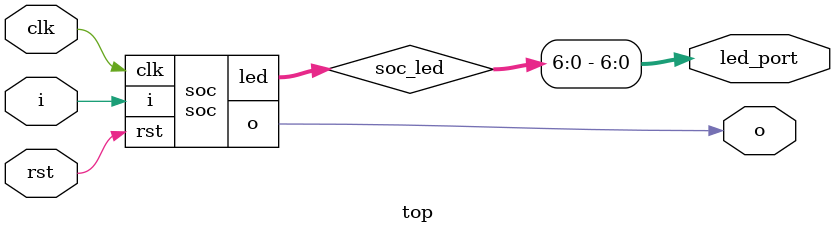
<source format=v>
/* Generated by Amaranth Yosys 0.25 (PyPI ver 0.25.0.0.post75, git sha1 e02b7f64b) */

(* \amaranth.hierarchy  = "top.soc.led4.peri_bridge.csr_bridge_0" *)
(* generator = "Amaranth" *)
module csr_bridge_0(clk, csr__addr, csr__r_stb, csr__r_data, csr__w_stb, csr__w_data, wb__adr, wb__cyc, wb__stb, wb__sel, wb__we, wb__dat_w, wb__dat_r, wb__ack, rst);
  reg \$auto$verilog_backend.cc:2083:dump_module$1  = 0;
  (* src = "/home/vdb/repos/hw/venv3p10/lib/python3.10/site-packages/amaranth_soc/csr/wishbone.py:71" *)
  wire \$1 ;
  (* src = "/home/vdb/repos/hw/venv3p10/lib/python3.10/site-packages/amaranth_soc/csr/wishbone.py:83" *)
  wire \$11 ;
  (* src = "/home/vdb/repos/hw/venv3p10/lib/python3.10/site-packages/amaranth_soc/csr/wishbone.py:71" *)
  wire \$13 ;
  (* src = "/home/vdb/repos/hw/venv3p10/lib/python3.10/site-packages/amaranth_soc/csr/wishbone.py:71" *)
  wire \$15 ;
  (* src = "/home/vdb/repos/hw/venv3p10/lib/python3.10/site-packages/amaranth_soc/csr/wishbone.py:71" *)
  wire \$17 ;
  (* src = "/home/vdb/repos/hw/venv3p10/lib/python3.10/site-packages/amaranth_soc/csr/wishbone.py:81" *)
  wire \$3 ;
  (* src = "/home/vdb/repos/hw/venv3p10/lib/python3.10/site-packages/amaranth_soc/csr/wishbone.py:81" *)
  wire \$5 ;
  (* src = "/home/vdb/repos/hw/venv3p10/lib/python3.10/site-packages/amaranth_soc/csr/wishbone.py:71" *)
  wire \$7 ;
  (* src = "/home/vdb/repos/hw/venv3p10/lib/python3.10/site-packages/amaranth_soc/csr/wishbone.py:71" *)
  wire \$9 ;
  (* src = "/home/vdb/repos/hw/venv3p10/lib/python3.10/site-packages/amaranth/hdl/ir.py:532" *)
  input clk;
  wire clk;
  (* src = "/home/vdb/repos/hw/venv3p10/lib/python3.10/site-packages/amaranth_soc/csr/bus.py:412" *)
  output csr__addr;
  wire csr__addr;
  (* src = "/home/vdb/repos/hw/venv3p10/lib/python3.10/site-packages/amaranth_soc/csr/bus.py:412" *)
  input [31:0] csr__r_data;
  wire [31:0] csr__r_data;
  (* src = "/home/vdb/repos/hw/venv3p10/lib/python3.10/site-packages/amaranth_soc/csr/bus.py:412" *)
  output csr__r_stb;
  reg csr__r_stb;
  (* src = "/home/vdb/repos/hw/venv3p10/lib/python3.10/site-packages/amaranth_soc/csr/bus.py:412" *)
  output [31:0] csr__w_data;
  reg [31:0] csr__w_data;
  (* src = "/home/vdb/repos/hw/venv3p10/lib/python3.10/site-packages/amaranth_soc/csr/bus.py:412" *)
  output csr__w_stb;
  reg csr__w_stb;
  (* src = "/home/vdb/repos/hw/venv3p10/lib/python3.10/site-packages/amaranth_soc/csr/wishbone.py:68" *)
  reg cycle = 1'h0;
  (* src = "/home/vdb/repos/hw/venv3p10/lib/python3.10/site-packages/amaranth_soc/csr/wishbone.py:68" *)
  reg \cycle$next ;
  (* src = "/home/vdb/repos/hw/venv3p10/lib/python3.10/site-packages/amaranth/hdl/ir.py:532" *)
  input rst;
  wire rst;
  (* src = "/home/vdb/repos/hw/venv3p10/lib/python3.10/site-packages/amaranth_soc/csr/wishbone.py:49" *)
  output wb__ack;
  reg wb__ack = 1'h0;
  (* src = "/home/vdb/repos/hw/venv3p10/lib/python3.10/site-packages/amaranth_soc/csr/wishbone.py:49" *)
  reg \wb__ack$next ;
  (* src = "/home/vdb/repos/hw/venv3p10/lib/python3.10/site-packages/amaranth_soc/csr/wishbone.py:49" *)
  input wb__adr;
  wire wb__adr;
  (* src = "/home/vdb/repos/hw/venv3p10/lib/python3.10/site-packages/amaranth_soc/csr/wishbone.py:49" *)
  input wb__cyc;
  wire wb__cyc;
  (* src = "/home/vdb/repos/hw/venv3p10/lib/python3.10/site-packages/amaranth_soc/csr/wishbone.py:49" *)
  output [31:0] wb__dat_r;
  reg [31:0] wb__dat_r = 32'd0;
  (* src = "/home/vdb/repos/hw/venv3p10/lib/python3.10/site-packages/amaranth_soc/csr/wishbone.py:49" *)
  reg [31:0] \wb__dat_r$next ;
  (* src = "/home/vdb/repos/hw/venv3p10/lib/python3.10/site-packages/amaranth_soc/csr/wishbone.py:49" *)
  input [31:0] wb__dat_w;
  wire [31:0] wb__dat_w;
  (* src = "/home/vdb/repos/hw/venv3p10/lib/python3.10/site-packages/amaranth_soc/csr/wishbone.py:49" *)
  input wb__sel;
  wire wb__sel;
  (* src = "/home/vdb/repos/hw/venv3p10/lib/python3.10/site-packages/amaranth_soc/csr/wishbone.py:49" *)
  input wb__stb;
  wire wb__stb;
  (* src = "/home/vdb/repos/hw/venv3p10/lib/python3.10/site-packages/amaranth_soc/csr/wishbone.py:49" *)
  input wb__we;
  wire wb__we;
  assign \$9  = wb__cyc & (* src = "/home/vdb/repos/hw/venv3p10/lib/python3.10/site-packages/amaranth_soc/csr/wishbone.py:71" *) wb__stb;
  assign \$11  = wb__sel & (* src = "/home/vdb/repos/hw/venv3p10/lib/python3.10/site-packages/amaranth_soc/csr/wishbone.py:83" *) wb__we;
  assign \$13  = wb__cyc & (* src = "/home/vdb/repos/hw/venv3p10/lib/python3.10/site-packages/amaranth_soc/csr/wishbone.py:71" *) wb__stb;
  assign \$15  = wb__cyc & (* src = "/home/vdb/repos/hw/venv3p10/lib/python3.10/site-packages/amaranth_soc/csr/wishbone.py:71" *) wb__stb;
  assign \$17  = wb__cyc & (* src = "/home/vdb/repos/hw/venv3p10/lib/python3.10/site-packages/amaranth_soc/csr/wishbone.py:71" *) wb__stb;
  always @(posedge clk)
    cycle <= \cycle$next ;
  assign \$1  = wb__cyc & (* src = "/home/vdb/repos/hw/venv3p10/lib/python3.10/site-packages/amaranth_soc/csr/wishbone.py:71" *) wb__stb;
  always @(posedge clk)
    wb__dat_r <= \wb__dat_r$next ;
  always @(posedge clk)
    wb__ack <= \wb__ack$next ;
  assign \$3  = ~ (* src = "/home/vdb/repos/hw/venv3p10/lib/python3.10/site-packages/amaranth_soc/csr/wishbone.py:81" *) wb__we;
  assign \$5  = wb__sel & (* src = "/home/vdb/repos/hw/venv3p10/lib/python3.10/site-packages/amaranth_soc/csr/wishbone.py:81" *) \$3 ;
  assign \$7  = wb__cyc & (* src = "/home/vdb/repos/hw/venv3p10/lib/python3.10/site-packages/amaranth_soc/csr/wishbone.py:71" *) wb__stb;
  always @* begin
    if (\$auto$verilog_backend.cc:2083:dump_module$1 ) begin end
    csr__r_stb = 1'h0;
    (* src = "/home/vdb/repos/hw/venv3p10/lib/python3.10/site-packages/amaranth_soc/csr/wishbone.py:71" *)
    casez (\$1 )
      /* src = "/home/vdb/repos/hw/venv3p10/lib/python3.10/site-packages/amaranth_soc/csr/wishbone.py:71" */
      1'h1:
          (* src = "/home/vdb/repos/hw/venv3p10/lib/python3.10/site-packages/amaranth_soc/csr/wishbone.py:72" *)
          casez (cycle)
            /* src = "/home/vdb/repos/hw/venv3p10/lib/python3.10/site-packages/amaranth_soc/csr/wishbone.py:77" */
            1'h0:
                csr__r_stb = \$5 ;
          endcase
    endcase
  end
  always @* begin
    if (\$auto$verilog_backend.cc:2083:dump_module$1 ) begin end
    csr__w_data = 32'd0;
    (* src = "/home/vdb/repos/hw/venv3p10/lib/python3.10/site-packages/amaranth_soc/csr/wishbone.py:71" *)
    casez (\$7 )
      /* src = "/home/vdb/repos/hw/venv3p10/lib/python3.10/site-packages/amaranth_soc/csr/wishbone.py:71" */
      1'h1:
          (* src = "/home/vdb/repos/hw/venv3p10/lib/python3.10/site-packages/amaranth_soc/csr/wishbone.py:72" *)
          casez (cycle)
            /* src = "/home/vdb/repos/hw/venv3p10/lib/python3.10/site-packages/amaranth_soc/csr/wishbone.py:77" */
            1'h0:
                csr__w_data = wb__dat_w;
          endcase
    endcase
  end
  always @* begin
    if (\$auto$verilog_backend.cc:2083:dump_module$1 ) begin end
    csr__w_stb = 1'h0;
    (* src = "/home/vdb/repos/hw/venv3p10/lib/python3.10/site-packages/amaranth_soc/csr/wishbone.py:71" *)
    casez (\$9 )
      /* src = "/home/vdb/repos/hw/venv3p10/lib/python3.10/site-packages/amaranth_soc/csr/wishbone.py:71" */
      1'h1:
          (* src = "/home/vdb/repos/hw/venv3p10/lib/python3.10/site-packages/amaranth_soc/csr/wishbone.py:72" *)
          casez (cycle)
            /* src = "/home/vdb/repos/hw/venv3p10/lib/python3.10/site-packages/amaranth_soc/csr/wishbone.py:77" */
            1'h0:
                csr__w_stb = \$11 ;
          endcase
    endcase
  end
  always @* begin
    if (\$auto$verilog_backend.cc:2083:dump_module$1 ) begin end
    \cycle$next  = cycle;
    (* src = "/home/vdb/repos/hw/venv3p10/lib/python3.10/site-packages/amaranth_soc/csr/wishbone.py:71" *)
    casez (\$13 )
      /* src = "/home/vdb/repos/hw/venv3p10/lib/python3.10/site-packages/amaranth_soc/csr/wishbone.py:71" */
      1'h1:
          (* src = "/home/vdb/repos/hw/venv3p10/lib/python3.10/site-packages/amaranth_soc/csr/wishbone.py:72" *)
          casez (cycle)
            /* src = "/home/vdb/repos/hw/venv3p10/lib/python3.10/site-packages/amaranth_soc/csr/wishbone.py:77" */
            1'h0:
                \cycle$next  = 1'h1;
          endcase
    endcase
    (* src = "/home/vdb/repos/hw/venv3p10/lib/python3.10/site-packages/amaranth_soc/csr/wishbone.py:90" *)
    casez (wb__ack)
      /* src = "/home/vdb/repos/hw/venv3p10/lib/python3.10/site-packages/amaranth_soc/csr/wishbone.py:90" */
      1'h1:
          \cycle$next  = 1'h0;
    endcase
    (* src = "/home/vdb/repos/hw/venv3p10/lib/python3.10/site-packages/amaranth/hdl/xfrm.py:504" *)
    casez (rst)
      1'h1:
          \cycle$next  = 1'h0;
    endcase
  end
  always @* begin
    if (\$auto$verilog_backend.cc:2083:dump_module$1 ) begin end
    \wb__dat_r$next  = wb__dat_r;
    (* src = "/home/vdb/repos/hw/venv3p10/lib/python3.10/site-packages/amaranth_soc/csr/wishbone.py:71" *)
    casez (\$15 )
      /* src = "/home/vdb/repos/hw/venv3p10/lib/python3.10/site-packages/amaranth_soc/csr/wishbone.py:71" */
      1'h1:
          (* full_case = 32'd1 *)
          (* src = "/home/vdb/repos/hw/venv3p10/lib/python3.10/site-packages/amaranth_soc/csr/wishbone.py:72" *)
          casez (cycle)
            /* src = "/home/vdb/repos/hw/venv3p10/lib/python3.10/site-packages/amaranth_soc/csr/wishbone.py:77" */
            1'h0:
                /* empty */;
            /* src = "/home/vdb/repos/hw/venv3p10/lib/python3.10/site-packages/amaranth_soc/csr/wishbone.py:86" */
            default:
                \wb__dat_r$next  = csr__r_data;
          endcase
    endcase
    (* src = "/home/vdb/repos/hw/venv3p10/lib/python3.10/site-packages/amaranth/hdl/xfrm.py:504" *)
    casez (rst)
      1'h1:
          \wb__dat_r$next  = 32'd0;
    endcase
  end
  always @* begin
    if (\$auto$verilog_backend.cc:2083:dump_module$1 ) begin end
    \wb__ack$next  = wb__ack;
    (* src = "/home/vdb/repos/hw/venv3p10/lib/python3.10/site-packages/amaranth_soc/csr/wishbone.py:71" *)
    casez (\$17 )
      /* src = "/home/vdb/repos/hw/venv3p10/lib/python3.10/site-packages/amaranth_soc/csr/wishbone.py:71" */
      1'h1:
          (* full_case = 32'd1 *)
          (* src = "/home/vdb/repos/hw/venv3p10/lib/python3.10/site-packages/amaranth_soc/csr/wishbone.py:72" *)
          casez (cycle)
            /* src = "/home/vdb/repos/hw/venv3p10/lib/python3.10/site-packages/amaranth_soc/csr/wishbone.py:77" */
            1'h0:
                /* empty */;
            /* src = "/home/vdb/repos/hw/venv3p10/lib/python3.10/site-packages/amaranth_soc/csr/wishbone.py:86" */
            default:
                \wb__ack$next  = 1'h1;
          endcase
    endcase
    (* src = "/home/vdb/repos/hw/venv3p10/lib/python3.10/site-packages/amaranth_soc/csr/wishbone.py:90" *)
    casez (wb__ack)
      /* src = "/home/vdb/repos/hw/venv3p10/lib/python3.10/site-packages/amaranth_soc/csr/wishbone.py:90" */
      1'h1:
          \wb__ack$next  = 1'h0;
    endcase
    (* src = "/home/vdb/repos/hw/venv3p10/lib/python3.10/site-packages/amaranth/hdl/xfrm.py:504" *)
    casez (rst)
      1'h1:
          \wb__ack$next  = 1'h0;
    endcase
  end
  assign csr__addr = wb__adr;
endmodule

(* \amaranth.hierarchy  = "top.soc.led4.peri_bridge.csr_mux_0" *)
(* generator = "Amaranth" *)
module csr_mux_0(clk, led_status__w_stb, led_status__r_data, led_status__w_data, csr__addr, csr__r_stb, csr__r_data, csr__w_stb, csr__w_data, rst);
  reg \$auto$verilog_backend.cc:2083:dump_module$2  = 0;
  (* src = "/home/vdb/repos/hw/venv3p10/lib/python3.10/site-packages/amaranth_soc/csr/bus.py:478" *)
  wire \$1 ;
  (* src = "/home/vdb/repos/hw/venv3p10/lib/python3.10/site-packages/amaranth_soc/csr/bus.py:479" *)
  wire [31:0] \$3 ;
  (* src = "/home/vdb/repos/hw/venv3p10/lib/python3.10/site-packages/amaranth_soc/csr/bus.py:479" *)
  wire [31:0] \$5 ;
  (* src = "/home/vdb/repos/hw/venv3p10/lib/python3.10/site-packages/amaranth_soc/csr/bus.py:485" *)
  wire [31:0] \$7 ;
  (* src = "/home/vdb/repos/hw/venv3p10/lib/python3.10/site-packages/amaranth_soc/csr/bus.py:485" *)
  wire [31:0] \$9 ;
  (* src = "/home/vdb/repos/hw/venv3p10/lib/python3.10/site-packages/amaranth/hdl/ir.py:532" *)
  input clk;
  wire clk;
  (* src = "/home/vdb/repos/hw/venv3p10/lib/python3.10/site-packages/amaranth_soc/csr/bus.py:412" *)
  input csr__addr;
  wire csr__addr;
  (* src = "/home/vdb/repos/hw/venv3p10/lib/python3.10/site-packages/amaranth_soc/csr/bus.py:412" *)
  output [31:0] csr__r_data;
  wire [31:0] csr__r_data;
  (* src = "/home/vdb/repos/hw/venv3p10/lib/python3.10/site-packages/amaranth_soc/csr/bus.py:412" *)
  input csr__r_stb;
  wire csr__r_stb;
  (* src = "/home/vdb/repos/hw/venv3p10/lib/python3.10/site-packages/amaranth_soc/csr/bus.py:412" *)
  input [31:0] csr__w_data;
  wire [31:0] csr__w_data;
  (* src = "/home/vdb/repos/hw/venv3p10/lib/python3.10/site-packages/amaranth_soc/csr/bus.py:412" *)
  input csr__w_stb;
  wire csr__w_stb;
  (* src = "/home/vdb/repos/hw/uart_spi_soc/uart_spi_soc/peripheral.py:263" *)
  input [31:0] led_status__r_data;
  wire [31:0] led_status__r_data;
  (* src = "/home/vdb/repos/hw/uart_spi_soc/uart_spi_soc/peripheral.py:263" *)
  reg led_status__r_stb;
  (* src = "/home/vdb/repos/hw/uart_spi_soc/uart_spi_soc/peripheral.py:263" *)
  output [31:0] led_status__w_data;
  wire [31:0] led_status__w_data;
  (* src = "/home/vdb/repos/hw/uart_spi_soc/uart_spi_soc/peripheral.py:263" *)
  output led_status__w_stb;
  reg led_status__w_stb = 1'h0;
  (* src = "/home/vdb/repos/hw/uart_spi_soc/uart_spi_soc/peripheral.py:263" *)
  reg \led_status__w_stb$next ;
  (* src = "/home/vdb/repos/hw/venv3p10/lib/python3.10/site-packages/amaranth_soc/csr/bus.py:180" *)
  reg [31:0] r_shadow__0__data = 32'd0;
  (* src = "/home/vdb/repos/hw/venv3p10/lib/python3.10/site-packages/amaranth_soc/csr/bus.py:180" *)
  reg [31:0] \r_shadow__0__data$next ;
  (* src = "/home/vdb/repos/hw/venv3p10/lib/python3.10/site-packages/amaranth_soc/csr/bus.py:181" *)
  reg r_shadow__0__r_en = 1'h0;
  (* src = "/home/vdb/repos/hw/venv3p10/lib/python3.10/site-packages/amaranth_soc/csr/bus.py:181" *)
  reg \r_shadow__0__r_en$next ;
  (* src = "/home/vdb/repos/hw/venv3p10/lib/python3.10/site-packages/amaranth_soc/csr/bus.py:182" *)
  wire r_shadow__0__w_en;
  (* src = "/home/vdb/repos/hw/venv3p10/lib/python3.10/site-packages/amaranth/hdl/ir.py:532" *)
  input rst;
  wire rst;
  (* src = "/home/vdb/repos/hw/venv3p10/lib/python3.10/site-packages/amaranth_soc/csr/bus.py:180" *)
  reg [31:0] w_shadow__0__data = 32'd0;
  (* src = "/home/vdb/repos/hw/venv3p10/lib/python3.10/site-packages/amaranth_soc/csr/bus.py:180" *)
  reg [31:0] \w_shadow__0__data$next ;
  (* src = "/home/vdb/repos/hw/venv3p10/lib/python3.10/site-packages/amaranth_soc/csr/bus.py:182" *)
  reg w_shadow__0__w_en;
  assign \$9  = 1'h0 | (* src = "/home/vdb/repos/hw/venv3p10/lib/python3.10/site-packages/amaranth_soc/csr/bus.py:485" *) \$7 ;
  always @(posedge clk)
    r_shadow__0__r_en <= \r_shadow__0__r_en$next ;
  always @(posedge clk)
    r_shadow__0__data <= \r_shadow__0__data$next ;
  always @(posedge clk)
    led_status__w_stb <= \led_status__w_stb$next ;
  always @(posedge clk)
    w_shadow__0__data <= \w_shadow__0__data$next ;
  assign \$3  = led_status__r_stb ? (* src = "/home/vdb/repos/hw/venv3p10/lib/python3.10/site-packages/amaranth_soc/csr/bus.py:479" *) led_status__r_data : 32'd0;
  assign \$5  = 1'h0 | (* src = "/home/vdb/repos/hw/venv3p10/lib/python3.10/site-packages/amaranth_soc/csr/bus.py:479" *) \$3 ;
  assign \$7  = r_shadow__0__r_en ? (* src = "/home/vdb/repos/hw/venv3p10/lib/python3.10/site-packages/amaranth_soc/csr/bus.py:485" *) r_shadow__0__data : 32'd0;
  always @* begin
    if (\$auto$verilog_backend.cc:2083:dump_module$2 ) begin end
    \r_shadow__0__r_en$next  = 1'h0;
    (* src = "/home/vdb/repos/hw/venv3p10/lib/python3.10/site-packages/amaranth_soc/csr/bus.py:465" *)
    casez (csr__addr)
      /* src = "/home/vdb/repos/hw/venv3p10/lib/python3.10/site-packages/amaranth_soc/csr/bus.py:472" */
      1'h0:
          \r_shadow__0__r_en$next  = csr__r_stb;
    endcase
    (* src = "/home/vdb/repos/hw/venv3p10/lib/python3.10/site-packages/amaranth/hdl/xfrm.py:504" *)
    casez (rst)
      1'h1:
          \r_shadow__0__r_en$next  = 1'h0;
    endcase
  end
  always @* begin
    if (\$auto$verilog_backend.cc:2083:dump_module$2 ) begin end
    led_status__r_stb = 1'h0;
    (* src = "/home/vdb/repos/hw/venv3p10/lib/python3.10/site-packages/amaranth_soc/csr/bus.py:465" *)
    casez (csr__addr)
      /* src = "/home/vdb/repos/hw/venv3p10/lib/python3.10/site-packages/amaranth_soc/csr/bus.py:472" */
      1'h0:
          led_status__r_stb = csr__r_stb;
    endcase
  end
  always @* begin
    if (\$auto$verilog_backend.cc:2083:dump_module$2 ) begin end
    \r_shadow__0__data$next  = r_shadow__0__data;
    (* src = "/home/vdb/repos/hw/venv3p10/lib/python3.10/site-packages/amaranth_soc/csr/bus.py:482" *)
    casez (r_shadow__0__w_en)
      /* src = "/home/vdb/repos/hw/venv3p10/lib/python3.10/site-packages/amaranth_soc/csr/bus.py:482" */
      1'h1:
          \r_shadow__0__data$next  = \$5 ;
    endcase
    (* src = "/home/vdb/repos/hw/venv3p10/lib/python3.10/site-packages/amaranth/hdl/xfrm.py:504" *)
    casez (rst)
      1'h1:
          \r_shadow__0__data$next  = 32'd0;
    endcase
  end
  always @* begin
    if (\$auto$verilog_backend.cc:2083:dump_module$2 ) begin end
    \led_status__w_stb$next  = 1'h0;
    (* src = "/home/vdb/repos/hw/venv3p10/lib/python3.10/site-packages/amaranth_soc/csr/bus.py:490" *)
    casez (csr__addr)
      /* src = "/home/vdb/repos/hw/venv3p10/lib/python3.10/site-packages/amaranth_soc/csr/bus.py:500" */
      1'h0:
          \led_status__w_stb$next  = csr__w_stb;
    endcase
    (* src = "/home/vdb/repos/hw/venv3p10/lib/python3.10/site-packages/amaranth/hdl/xfrm.py:504" *)
    casez (rst)
      1'h1:
          \led_status__w_stb$next  = 1'h0;
    endcase
  end
  always @* begin
    if (\$auto$verilog_backend.cc:2083:dump_module$2 ) begin end
    w_shadow__0__w_en = 1'h0;
    (* src = "/home/vdb/repos/hw/venv3p10/lib/python3.10/site-packages/amaranth_soc/csr/bus.py:490" *)
    casez (csr__addr)
      /* src = "/home/vdb/repos/hw/venv3p10/lib/python3.10/site-packages/amaranth_soc/csr/bus.py:500" */
      1'h0:
          w_shadow__0__w_en = csr__w_stb;
    endcase
  end
  always @* begin
    if (\$auto$verilog_backend.cc:2083:dump_module$2 ) begin end
    \w_shadow__0__data$next  = w_shadow__0__data;
    (* src = "/home/vdb/repos/hw/venv3p10/lib/python3.10/site-packages/amaranth_soc/csr/bus.py:509" *)
    casez (w_shadow__0__w_en)
      /* src = "/home/vdb/repos/hw/venv3p10/lib/python3.10/site-packages/amaranth_soc/csr/bus.py:509" */
      1'h1:
          \w_shadow__0__data$next  = csr__w_data;
    endcase
    (* src = "/home/vdb/repos/hw/venv3p10/lib/python3.10/site-packages/amaranth/hdl/xfrm.py:504" *)
    casez (rst)
      1'h1:
          \w_shadow__0__data$next  = 32'd0;
    endcase
  end
  assign led_status__w_data = w_shadow__0__data;
  assign csr__r_data = \$9 ;
  assign r_shadow__0__w_en = \$1 ;
  assign \$1  = led_status__r_stb;
endmodule

(* \amaranth.hierarchy  = "top.soc.decoder" *)
(* generator = "Amaranth" *)
module decoder(_bus__dat_w, _bus__dat_r, _bus__sel, _bus__cyc, _bus__stb, _bus__we, _bus__ack, \_bus__adr$1 , \_bus__dat_w$2 , \_bus__sel$3 , \_bus__we$4 , \_bus__stb$5 , \_bus__cyc$6 , \_bus__dat_r$7 , \_bus__ack$8 , _bus__adr);
  reg \$auto$verilog_backend.cc:2083:dump_module$3  = 0;
  (* src = "/home/vdb/repos/hw/venv3p10/lib/python3.10/site-packages/amaranth_soc/wishbone/bus.py:285" *)
  wire [32:0] \$10 ;
  (* src = "/home/vdb/repos/hw/venv3p10/lib/python3.10/site-packages/amaranth_soc/wishbone/bus.py:304" *)
  wire \$12 ;
  (* src = "/home/vdb/repos/hw/venv3p10/lib/python3.10/site-packages/amaranth_soc/wishbone/bus.py:285" *)
  wire [32:0] \$9 ;
  (* src = "/home/vdb/repos/hw/venv3p10/lib/python3.10/site-packages/amaranth_soc/wishbone/bus.py:220" *)
  output _bus__ack;
  wire _bus__ack;
  (* src = "/home/vdb/repos/hw/venv3p10/lib/python3.10/site-packages/amaranth_soc/wishbone/bus.py:220" *)
  input \_bus__ack$8 ;
  wire \_bus__ack$8 ;
  (* src = "/home/vdb/repos/hw/venv3p10/lib/python3.10/site-packages/amaranth_soc/wishbone/bus.py:220" *)
  input [31:0] _bus__adr;
  wire [31:0] _bus__adr;
  (* src = "/home/vdb/repos/hw/venv3p10/lib/python3.10/site-packages/amaranth_soc/wishbone/bus.py:220" *)
  output \_bus__adr$1 ;
  wire \_bus__adr$1 ;
  (* src = "/home/vdb/repos/hw/venv3p10/lib/python3.10/site-packages/amaranth_soc/wishbone/bus.py:220" *)
  input _bus__cyc;
  wire _bus__cyc;
  (* src = "/home/vdb/repos/hw/venv3p10/lib/python3.10/site-packages/amaranth_soc/wishbone/bus.py:220" *)
  output \_bus__cyc$6 ;
  reg \_bus__cyc$6 ;
  (* src = "/home/vdb/repos/hw/venv3p10/lib/python3.10/site-packages/amaranth_soc/wishbone/bus.py:220" *)
  output [31:0] _bus__dat_r;
  reg [31:0] _bus__dat_r;
  (* src = "/home/vdb/repos/hw/venv3p10/lib/python3.10/site-packages/amaranth_soc/wishbone/bus.py:220" *)
  input [31:0] \_bus__dat_r$7 ;
  wire [31:0] \_bus__dat_r$7 ;
  (* src = "/home/vdb/repos/hw/venv3p10/lib/python3.10/site-packages/amaranth_soc/wishbone/bus.py:220" *)
  input [31:0] _bus__dat_w;
  wire [31:0] _bus__dat_w;
  (* src = "/home/vdb/repos/hw/venv3p10/lib/python3.10/site-packages/amaranth_soc/wishbone/bus.py:220" *)
  output [31:0] \_bus__dat_w$2 ;
  wire [31:0] \_bus__dat_w$2 ;
  (* src = "/home/vdb/repos/hw/venv3p10/lib/python3.10/site-packages/amaranth_soc/wishbone/bus.py:220" *)
  input _bus__sel;
  wire _bus__sel;
  (* src = "/home/vdb/repos/hw/venv3p10/lib/python3.10/site-packages/amaranth_soc/wishbone/bus.py:220" *)
  output \_bus__sel$3 ;
  wire \_bus__sel$3 ;
  (* src = "/home/vdb/repos/hw/venv3p10/lib/python3.10/site-packages/amaranth_soc/wishbone/bus.py:220" *)
  input _bus__stb;
  wire _bus__stb;
  (* src = "/home/vdb/repos/hw/venv3p10/lib/python3.10/site-packages/amaranth_soc/wishbone/bus.py:220" *)
  output \_bus__stb$5 ;
  wire \_bus__stb$5 ;
  (* src = "/home/vdb/repos/hw/venv3p10/lib/python3.10/site-packages/amaranth_soc/wishbone/bus.py:220" *)
  input _bus__we;
  wire _bus__we;
  (* src = "/home/vdb/repos/hw/venv3p10/lib/python3.10/site-packages/amaranth_soc/wishbone/bus.py:220" *)
  output \_bus__we$4 ;
  wire \_bus__we$4 ;
  always @* begin
    if (\$auto$verilog_backend.cc:2083:dump_module$3 ) begin end
    \_bus__cyc$6  = 1'h0;
    (* src = "/home/vdb/repos/hw/venv3p10/lib/python3.10/site-packages/amaranth_soc/wishbone/bus.py:280" *)
    casez (_bus__adr)
      /* src = "/home/vdb/repos/hw/venv3p10/lib/python3.10/site-packages/amaranth_soc/wishbone/bus.py:299" */
      32'b0000000000000000000000000000101?:
          \_bus__cyc$6  = _bus__cyc;
    endcase
  end
  always @* begin
    if (\$auto$verilog_backend.cc:2083:dump_module$3 ) begin end
    _bus__dat_r = 32'd0;
    (* src = "/home/vdb/repos/hw/venv3p10/lib/python3.10/site-packages/amaranth_soc/wishbone/bus.py:280" *)
    casez (_bus__adr)
      /* src = "/home/vdb/repos/hw/venv3p10/lib/python3.10/site-packages/amaranth_soc/wishbone/bus.py:299" */
      32'b0000000000000000000000000000101?:
          _bus__dat_r = \_bus__dat_r$7 ;
    endcase
  end
  assign \$9  = \$10 ;
  assign _bus__ack = \$12 ;
  assign \_bus__stb$5  = _bus__stb;
  assign \_bus__we$4  = _bus__we;
  assign \_bus__sel$3  = _bus__sel;
  assign \_bus__dat_w$2  = _bus__dat_w;
  assign \_bus__adr$1  = \$10 [0];
  assign \$10  = { 1'h0, _bus__adr };
  assign \$12  = \_bus__ack$8 ;
endmodule

(* \amaranth.hierarchy  = "top.soc.led4" *)
(* generator = "Amaranth" *)
module led4(rst, clk, _bus__adr, _bus__dat_w, _bus__sel, _bus__we, _bus__stb, _bus__cyc, _bus__dat_r, _bus__ack, led);
  reg \$auto$verilog_backend.cc:2083:dump_module$4  = 0;
  (* src = "/home/vdb/repos/hw/venv3p10/lib/python3.10/site-packages/amaranth_soc/wishbone/bus.py:220" *)
  output _bus__ack;
  wire _bus__ack;
  (* src = "/home/vdb/repos/hw/venv3p10/lib/python3.10/site-packages/amaranth_soc/wishbone/bus.py:220" *)
  input _bus__adr;
  wire _bus__adr;
  (* src = "/home/vdb/repos/hw/venv3p10/lib/python3.10/site-packages/amaranth_soc/wishbone/bus.py:220" *)
  input _bus__cyc;
  wire _bus__cyc;
  (* src = "/home/vdb/repos/hw/venv3p10/lib/python3.10/site-packages/amaranth_soc/wishbone/bus.py:220" *)
  output [31:0] _bus__dat_r;
  wire [31:0] _bus__dat_r;
  (* src = "/home/vdb/repos/hw/venv3p10/lib/python3.10/site-packages/amaranth_soc/wishbone/bus.py:220" *)
  input [31:0] _bus__dat_w;
  wire [31:0] _bus__dat_w;
  (* src = "/home/vdb/repos/hw/venv3p10/lib/python3.10/site-packages/amaranth_soc/wishbone/bus.py:220" *)
  input _bus__sel;
  wire _bus__sel;
  (* src = "/home/vdb/repos/hw/venv3p10/lib/python3.10/site-packages/amaranth_soc/wishbone/bus.py:220" *)
  input _bus__stb;
  wire _bus__stb;
  (* src = "/home/vdb/repos/hw/venv3p10/lib/python3.10/site-packages/amaranth_soc/wishbone/bus.py:220" *)
  input _bus__we;
  wire _bus__we;
  (* src = "/home/vdb/repos/hw/venv3p10/lib/python3.10/site-packages/amaranth/hdl/ir.py:532" *)
  input clk;
  wire clk;
  (* src = "/home/vdb/repos/hw/uart_spi_soc/uart_spi_soc/led.py:20" *)
  output [31:0] led;
  wire [31:0] led;
  (* src = "/home/vdb/repos/hw/uart_spi_soc/uart_spi_soc/peripheral.py:263" *)
  reg [31:0] peri_bridge_led_status__r_data = 32'd0;
  (* src = "/home/vdb/repos/hw/uart_spi_soc/uart_spi_soc/peripheral.py:263" *)
  reg [31:0] \peri_bridge_led_status__r_data$next ;
  (* src = "/home/vdb/repos/hw/uart_spi_soc/uart_spi_soc/peripheral.py:263" *)
  wire [31:0] peri_bridge_led_status__w_data;
  (* src = "/home/vdb/repos/hw/uart_spi_soc/uart_spi_soc/peripheral.py:263" *)
  wire peri_bridge_led_status__w_stb;
  (* src = "/home/vdb/repos/hw/venv3p10/lib/python3.10/site-packages/amaranth/hdl/ir.py:532" *)
  input rst;
  wire rst;
  always @(posedge clk)
    peri_bridge_led_status__r_data <= \peri_bridge_led_status__r_data$next ;
  peri_bridge peri_bridge (
    ._bus__ack(_bus__ack),
    ._bus__adr(_bus__adr),
    ._bus__cyc(_bus__cyc),
    ._bus__dat_r(_bus__dat_r),
    ._bus__dat_w(_bus__dat_w),
    ._bus__sel(_bus__sel),
    ._bus__stb(_bus__stb),
    ._bus__we(_bus__we),
    .clk(clk),
    .led_status__r_data(peri_bridge_led_status__r_data),
    .led_status__w_data(peri_bridge_led_status__w_data),
    .led_status__w_stb(peri_bridge_led_status__w_stb),
    .rst(rst)
  );
  always @* begin
    if (\$auto$verilog_backend.cc:2083:dump_module$4 ) begin end
    \peri_bridge_led_status__r_data$next  = peri_bridge_led_status__r_data;
    (* src = "/home/vdb/repos/hw/uart_spi_soc/uart_spi_soc/led.py:26" *)
    casez (peri_bridge_led_status__w_stb)
      /* src = "/home/vdb/repos/hw/uart_spi_soc/uart_spi_soc/led.py:26" */
      1'h1:
          \peri_bridge_led_status__r_data$next  = peri_bridge_led_status__w_data;
    endcase
    (* src = "/home/vdb/repos/hw/venv3p10/lib/python3.10/site-packages/amaranth/hdl/xfrm.py:504" *)
    casez (rst)
      1'h1:
          \peri_bridge_led_status__r_data$next  = 32'd0;
    endcase
  end
  assign led = peri_bridge_led_status__w_data;
endmodule

(* \amaranth.hierarchy  = "top.soc.led4.peri_bridge" *)
(* generator = "Amaranth" *)
module peri_bridge(clk, _bus__adr, _bus__dat_w, _bus__sel, _bus__we, _bus__stb, _bus__cyc, _bus__dat_r, _bus__ack, led_status__w_stb, led_status__r_data, led_status__w_data, rst);
  (* src = "/home/vdb/repos/hw/venv3p10/lib/python3.10/site-packages/amaranth_soc/wishbone/bus.py:220" *)
  output _bus__ack;
  wire _bus__ack;
  (* src = "/home/vdb/repos/hw/venv3p10/lib/python3.10/site-packages/amaranth_soc/wishbone/bus.py:220" *)
  input _bus__adr;
  wire _bus__adr;
  (* src = "/home/vdb/repos/hw/venv3p10/lib/python3.10/site-packages/amaranth_soc/wishbone/bus.py:220" *)
  input _bus__cyc;
  wire _bus__cyc;
  (* src = "/home/vdb/repos/hw/venv3p10/lib/python3.10/site-packages/amaranth_soc/wishbone/bus.py:220" *)
  output [31:0] _bus__dat_r;
  wire [31:0] _bus__dat_r;
  (* src = "/home/vdb/repos/hw/venv3p10/lib/python3.10/site-packages/amaranth_soc/wishbone/bus.py:220" *)
  input [31:0] _bus__dat_w;
  wire [31:0] _bus__dat_w;
  (* src = "/home/vdb/repos/hw/venv3p10/lib/python3.10/site-packages/amaranth_soc/wishbone/bus.py:220" *)
  input _bus__sel;
  wire _bus__sel;
  (* src = "/home/vdb/repos/hw/venv3p10/lib/python3.10/site-packages/amaranth_soc/wishbone/bus.py:220" *)
  input _bus__stb;
  wire _bus__stb;
  (* src = "/home/vdb/repos/hw/venv3p10/lib/python3.10/site-packages/amaranth_soc/wishbone/bus.py:220" *)
  input _bus__we;
  wire _bus__we;
  (* src = "/home/vdb/repos/hw/venv3p10/lib/python3.10/site-packages/amaranth/hdl/ir.py:532" *)
  input clk;
  wire clk;
  (* src = "/home/vdb/repos/hw/venv3p10/lib/python3.10/site-packages/amaranth_soc/csr/wishbone.py:49" *)
  wire csr_bridge_0_wb__ack;
  (* src = "/home/vdb/repos/hw/venv3p10/lib/python3.10/site-packages/amaranth_soc/csr/wishbone.py:49" *)
  wire csr_bridge_0_wb__adr;
  (* src = "/home/vdb/repos/hw/venv3p10/lib/python3.10/site-packages/amaranth_soc/csr/wishbone.py:49" *)
  wire csr_bridge_0_wb__cyc;
  (* src = "/home/vdb/repos/hw/venv3p10/lib/python3.10/site-packages/amaranth_soc/csr/wishbone.py:49" *)
  wire [31:0] csr_bridge_0_wb__dat_r;
  (* src = "/home/vdb/repos/hw/venv3p10/lib/python3.10/site-packages/amaranth_soc/csr/wishbone.py:49" *)
  wire [31:0] csr_bridge_0_wb__dat_w;
  (* src = "/home/vdb/repos/hw/venv3p10/lib/python3.10/site-packages/amaranth_soc/csr/wishbone.py:49" *)
  wire csr_bridge_0_wb__sel;
  (* src = "/home/vdb/repos/hw/venv3p10/lib/python3.10/site-packages/amaranth_soc/csr/wishbone.py:49" *)
  wire csr_bridge_0_wb__stb;
  (* src = "/home/vdb/repos/hw/venv3p10/lib/python3.10/site-packages/amaranth_soc/csr/wishbone.py:49" *)
  wire csr_bridge_0_wb__we;
  (* src = "/home/vdb/repos/hw/venv3p10/lib/python3.10/site-packages/amaranth_soc/csr/bus.py:412" *)
  wire csr_mux_0_csr__addr;
  (* src = "/home/vdb/repos/hw/venv3p10/lib/python3.10/site-packages/amaranth_soc/csr/bus.py:412" *)
  wire [31:0] csr_mux_0_csr__r_data;
  (* src = "/home/vdb/repos/hw/venv3p10/lib/python3.10/site-packages/amaranth_soc/csr/bus.py:412" *)
  wire csr_mux_0_csr__r_stb;
  (* src = "/home/vdb/repos/hw/venv3p10/lib/python3.10/site-packages/amaranth_soc/csr/bus.py:412" *)
  wire [31:0] csr_mux_0_csr__w_data;
  (* src = "/home/vdb/repos/hw/venv3p10/lib/python3.10/site-packages/amaranth_soc/csr/bus.py:412" *)
  wire csr_mux_0_csr__w_stb;
  (* src = "/home/vdb/repos/hw/uart_spi_soc/uart_spi_soc/peripheral.py:263" *)
  input [31:0] led_status__r_data;
  wire [31:0] led_status__r_data;
  (* src = "/home/vdb/repos/hw/uart_spi_soc/uart_spi_soc/peripheral.py:263" *)
  output [31:0] led_status__w_data;
  wire [31:0] led_status__w_data;
  (* src = "/home/vdb/repos/hw/uart_spi_soc/uart_spi_soc/peripheral.py:263" *)
  output led_status__w_stb;
  wire led_status__w_stb;
  (* src = "/home/vdb/repos/hw/venv3p10/lib/python3.10/site-packages/amaranth/hdl/ir.py:532" *)
  input rst;
  wire rst;
  csr_bridge_0 csr_bridge_0 (
    .clk(clk),
    .csr__addr(csr_mux_0_csr__addr),
    .csr__r_data(csr_mux_0_csr__r_data),
    .csr__r_stb(csr_mux_0_csr__r_stb),
    .csr__w_data(csr_mux_0_csr__w_data),
    .csr__w_stb(csr_mux_0_csr__w_stb),
    .rst(rst),
    .wb__ack(csr_bridge_0_wb__ack),
    .wb__adr(csr_bridge_0_wb__adr),
    .wb__cyc(csr_bridge_0_wb__cyc),
    .wb__dat_r(csr_bridge_0_wb__dat_r),
    .wb__dat_w(csr_bridge_0_wb__dat_w),
    .wb__sel(csr_bridge_0_wb__sel),
    .wb__stb(csr_bridge_0_wb__stb),
    .wb__we(csr_bridge_0_wb__we)
  );
  csr_mux_0 csr_mux_0 (
    .clk(clk),
    .csr__addr(csr_mux_0_csr__addr),
    .csr__r_data(csr_mux_0_csr__r_data),
    .csr__r_stb(csr_mux_0_csr__r_stb),
    .csr__w_data(csr_mux_0_csr__w_data),
    .csr__w_stb(csr_mux_0_csr__w_stb),
    .led_status__r_data(led_status__r_data),
    .led_status__w_data(led_status__w_data),
    .led_status__w_stb(led_status__w_stb),
    .rst(rst)
  );
  wb_decoder wb_decoder (
    ._bus__ack(_bus__ack),
    ._bus__adr(_bus__adr),
    ._bus__cyc(_bus__cyc),
    ._bus__dat_r(_bus__dat_r),
    ._bus__dat_w(_bus__dat_w),
    ._bus__sel(_bus__sel),
    ._bus__stb(_bus__stb),
    ._bus__we(_bus__we),
    .wb__ack(csr_bridge_0_wb__ack),
    .wb__adr(csr_bridge_0_wb__adr),
    .wb__cyc(csr_bridge_0_wb__cyc),
    .wb__dat_r(csr_bridge_0_wb__dat_r),
    .wb__dat_w(csr_bridge_0_wb__dat_w),
    .wb__sel(csr_bridge_0_wb__sel),
    .wb__stb(csr_bridge_0_wb__stb),
    .wb__we(csr_bridge_0_wb__we)
  );
endmodule

(* \amaranth.hierarchy  = "top.soc.uart_WB_bridge.serial.rx" *)
(* generator = "Amaranth" *)
module rx(rdy, data, rst, clk, divisor, i, ack);
  reg \$auto$verilog_backend.cc:2083:dump_module$5  = 0;
  (* src = "/home/vdb/repos/hw/venv3p10/lib/python3.10/site-packages/amaranth_stdio/serial.py:114" *)
  wire \$1 ;
  (* src = "/home/vdb/repos/hw/venv3p10/lib/python3.10/site-packages/amaranth_stdio/serial.py:117" *)
  wire [8:0] \$10 ;
  (* src = "/home/vdb/repos/hw/venv3p10/lib/python3.10/site-packages/amaranth_stdio/serial.py:122" *)
  wire \$12 ;
  (* src = "/home/vdb/repos/hw/venv3p10/lib/python3.10/site-packages/amaranth_stdio/serial.py:123" *)
  wire [9:0] \$14 ;
  (* src = "/home/vdb/repos/hw/venv3p10/lib/python3.10/site-packages/amaranth_stdio/serial.py:123" *)
  wire [9:0] \$15 ;
  (* src = "/home/vdb/repos/hw/venv3p10/lib/python3.10/site-packages/amaranth_stdio/serial.py:128" *)
  wire [9:0] \$17 ;
  (* src = "/home/vdb/repos/hw/venv3p10/lib/python3.10/site-packages/amaranth_stdio/serial.py:128" *)
  wire [9:0] \$18 ;
  (* src = "/home/vdb/repos/hw/venv3p10/lib/python3.10/site-packages/amaranth_stdio/serial.py:114" *)
  wire \$20 ;
  (* src = "/home/vdb/repos/hw/venv3p10/lib/python3.10/site-packages/amaranth_stdio/serial.py:122" *)
  wire \$22 ;
  (* src = "/home/vdb/repos/hw/venv3p10/lib/python3.10/site-packages/amaranth_stdio/serial.py:130" *)
  wire \$24 ;
  (* src = "/home/vdb/repos/hw/venv3p10/lib/python3.10/site-packages/amaranth_stdio/serial.py:122" *)
  wire \$26 ;
  (* src = "/home/vdb/repos/hw/venv3p10/lib/python3.10/site-packages/amaranth_stdio/serial.py:137" *)
  wire \$28 ;
  (* src = "/home/vdb/repos/hw/venv3p10/lib/python3.10/site-packages/amaranth_stdio/serial.py:137" *)
  wire \$29 ;
  (* src = "/home/vdb/repos/hw/venv3p10/lib/python3.10/site-packages/amaranth_stdio/serial.py:122" *)
  wire \$3 ;
  (* src = "/home/vdb/repos/hw/venv3p10/lib/python3.10/site-packages/amaranth_stdio/serial.py:137" *)
  wire \$31 ;
  (* src = "/home/vdb/repos/hw/venv3p10/lib/python3.10/site-packages/amaranth_stdio/serial.py:137" *)
  wire \$33 ;
  (* src = "/home/vdb/repos/hw/venv3p10/lib/python3.10/site-packages/amaranth_stdio/serial.py:138" *)
  wire \$36 ;
  (* src = "/home/vdb/repos/hw/venv3p10/lib/python3.10/site-packages/amaranth_stdio/serial.py:138" *)
  wire \$37 ;
  (* src = "/home/vdb/repos/hw/venv3p10/lib/python3.10/site-packages/amaranth_stdio/serial.py:141" *)
  wire \$40 ;
  (* src = "/home/vdb/repos/hw/venv3p10/lib/python3.10/site-packages/amaranth_stdio/serial.py:145" *)
  wire \$42 ;
  (* src = "/home/vdb/repos/hw/venv3p10/lib/python3.10/site-packages/amaranth_stdio/serial.py:127" *)
  wire [4:0] \$5 ;
  (* src = "/home/vdb/repos/hw/venv3p10/lib/python3.10/site-packages/amaranth_stdio/serial.py:127" *)
  wire [4:0] \$6 ;
  (* src = "/home/vdb/repos/hw/venv3p10/lib/python3.10/site-packages/amaranth_stdio/serial.py:114" *)
  wire \$8 ;
  (* src = "/home/vdb/repos/hw/venv3p10/lib/python3.10/site-packages/amaranth_stdio/serial.py:96" *)
  input ack;
  wire ack;
  (* src = "/home/vdb/repos/hw/venv3p10/lib/python3.10/site-packages/amaranth_stdio/serial.py:107" *)
  reg [3:0] bitno = 4'h0;
  (* src = "/home/vdb/repos/hw/venv3p10/lib/python3.10/site-packages/amaranth_stdio/serial.py:107" *)
  reg [3:0] \bitno$next ;
  (* src = "/home/vdb/repos/hw/venv3p10/lib/python3.10/site-packages/amaranth/hdl/ir.py:532" *)
  input clk;
  wire clk;
  (* src = "/home/vdb/repos/hw/venv3p10/lib/python3.10/site-packages/amaranth_stdio/serial.py:89" *)
  output [7:0] data;
  reg [7:0] data = 8'h00;
  (* src = "/home/vdb/repos/hw/venv3p10/lib/python3.10/site-packages/amaranth_stdio/serial.py:89" *)
  reg [7:0] \data$next ;
  (* src = "/home/vdb/repos/hw/venv3p10/lib/python3.10/site-packages/amaranth_stdio/serial.py:87" *)
  input [8:0] divisor;
  wire [8:0] divisor;
  (* src = "/home/vdb/repos/hw/venv3p10/lib/python3.10/site-packages/amaranth_stdio/serial.py:90" *)
  reg err__frame = 1'h0;
  (* src = "/home/vdb/repos/hw/venv3p10/lib/python3.10/site-packages/amaranth_stdio/serial.py:90" *)
  reg \err__frame$next ;
  (* src = "/home/vdb/repos/hw/venv3p10/lib/python3.10/site-packages/amaranth_stdio/serial.py:90" *)
  reg err__overflow = 1'h0;
  (* src = "/home/vdb/repos/hw/venv3p10/lib/python3.10/site-packages/amaranth_stdio/serial.py:90" *)
  reg \err__overflow$next ;
  (* src = "/home/vdb/repos/hw/venv3p10/lib/python3.10/site-packages/amaranth_stdio/serial.py:90" *)
  reg err__parity = 1'h0;
  (* src = "/home/vdb/repos/hw/venv3p10/lib/python3.10/site-packages/amaranth_stdio/serial.py:90" *)
  reg \err__parity$next ;
  (* src = "/home/vdb/repos/hw/venv3p10/lib/python3.10/site-packages/amaranth_stdio/serial.py:112" *)
  reg [1:0] fsm_state = 2'h0;
  (* src = "/home/vdb/repos/hw/venv3p10/lib/python3.10/site-packages/amaranth_stdio/serial.py:112" *)
  reg [1:0] \fsm_state$next ;
  (* src = "/home/vdb/repos/hw/venv3p10/lib/python3.10/site-packages/amaranth_stdio/serial.py:98" *)
  input i;
  wire i;
  (* src = "/home/vdb/repos/hw/venv3p10/lib/python3.10/site-packages/amaranth_stdio/serial.py:95" *)
  output rdy;
  reg rdy = 1'h0;
  (* src = "/home/vdb/repos/hw/venv3p10/lib/python3.10/site-packages/amaranth_stdio/serial.py:95" *)
  reg \rdy$next ;
  (* src = "/home/vdb/repos/hw/venv3p10/lib/python3.10/site-packages/amaranth/hdl/ir.py:532" *)
  input rst;
  wire rst;
  (* src = "/home/vdb/repos/hw/venv3p10/lib/python3.10/site-packages/amaranth_stdio/serial.py:106" *)
  reg [7:0] shreg__data = 8'h00;
  (* src = "/home/vdb/repos/hw/venv3p10/lib/python3.10/site-packages/amaranth_stdio/serial.py:106" *)
  reg [7:0] \shreg__data$next ;
  (* src = "/home/vdb/repos/hw/venv3p10/lib/python3.10/site-packages/amaranth_stdio/serial.py:106" *)
  reg shreg__start = 1'h0;
  (* src = "/home/vdb/repos/hw/venv3p10/lib/python3.10/site-packages/amaranth_stdio/serial.py:106" *)
  reg \shreg__start$next ;
  (* src = "/home/vdb/repos/hw/venv3p10/lib/python3.10/site-packages/amaranth_stdio/serial.py:106" *)
  reg shreg__stop = 1'h0;
  (* src = "/home/vdb/repos/hw/venv3p10/lib/python3.10/site-packages/amaranth_stdio/serial.py:106" *)
  reg \shreg__stop$next ;
  (* src = "/home/vdb/repos/hw/venv3p10/lib/python3.10/site-packages/amaranth_stdio/serial.py:105" *)
  reg [8:0] timer = 9'h1b2;
  (* src = "/home/vdb/repos/hw/venv3p10/lib/python3.10/site-packages/amaranth_stdio/serial.py:105" *)
  reg [8:0] \timer$next ;
  assign \$12  = | (* src = "/home/vdb/repos/hw/venv3p10/lib/python3.10/site-packages/amaranth_stdio/serial.py:122" *) timer;
  assign \$15  = timer - (* src = "/home/vdb/repos/hw/venv3p10/lib/python3.10/site-packages/amaranth_stdio/serial.py:123" *) 1'h1;
  assign \$18  = divisor - (* src = "/home/vdb/repos/hw/venv3p10/lib/python3.10/site-packages/amaranth_stdio/serial.py:128" *) 1'h1;
  assign \$1  = ~ (* src = "/home/vdb/repos/hw/venv3p10/lib/python3.10/site-packages/amaranth_stdio/serial.py:114" *) i;
  assign \$20  = ~ (* src = "/home/vdb/repos/hw/venv3p10/lib/python3.10/site-packages/amaranth_stdio/serial.py:114" *) i;
  assign \$22  = | (* src = "/home/vdb/repos/hw/venv3p10/lib/python3.10/site-packages/amaranth_stdio/serial.py:122" *) timer;
  assign \$24  = ! (* src = "/home/vdb/repos/hw/venv3p10/lib/python3.10/site-packages/amaranth_stdio/serial.py:130" *) bitno;
  assign \$26  = | (* src = "/home/vdb/repos/hw/venv3p10/lib/python3.10/site-packages/amaranth_stdio/serial.py:122" *) timer;
  assign \$29  = ~ (* src = "/home/vdb/repos/hw/venv3p10/lib/python3.10/site-packages/amaranth_stdio/serial.py:137" *) shreg__start;
  assign \$33  = \$29  & (* src = "/home/vdb/repos/hw/venv3p10/lib/python3.10/site-packages/amaranth_stdio/serial.py:137" *) \$31 ;
  assign \$28  = ~ (* src = "/home/vdb/repos/hw/venv3p10/lib/python3.10/site-packages/amaranth_stdio/serial.py:137" *) \$33 ;
  assign \$3  = | (* src = "/home/vdb/repos/hw/venv3p10/lib/python3.10/site-packages/amaranth_stdio/serial.py:122" *) timer;
  assign \$40  = ~ (* src = "/home/vdb/repos/hw/venv3p10/lib/python3.10/site-packages/amaranth_stdio/serial.py:141" *) ack;
  assign \$42  = fsm_state == (* src = "/home/vdb/repos/hw/venv3p10/lib/python3.10/site-packages/amaranth_stdio/serial.py:145" *) 2'h2;
  always @(posedge clk)
    bitno <= \bitno$next ;
  always @(posedge clk)
    timer <= \timer$next ;
  always @(posedge clk)
    fsm_state <= \fsm_state$next ;
  always @(posedge clk)
    shreg__start <= \shreg__start$next ;
  always @(posedge clk)
    shreg__data <= \shreg__data$next ;
  always @(posedge clk)
    shreg__stop <= \shreg__stop$next ;
  always @(posedge clk)
    data <= \data$next ;
  always @(posedge clk)
    err__frame <= \err__frame$next ;
  always @(posedge clk)
    err__parity <= \err__parity$next ;
  always @(posedge clk)
    err__overflow <= \err__overflow$next ;
  always @(posedge clk)
    rdy <= \rdy$next ;
  assign \$6  = bitno - (* src = "/home/vdb/repos/hw/venv3p10/lib/python3.10/site-packages/amaranth_stdio/serial.py:127" *) 1'h1;
  assign \$8  = ~ (* src = "/home/vdb/repos/hw/venv3p10/lib/python3.10/site-packages/amaranth_stdio/serial.py:114" *) i;
  always @* begin
    if (\$auto$verilog_backend.cc:2083:dump_module$5 ) begin end
    \bitno$next  = bitno;
    (* src = "/home/vdb/repos/hw/venv3p10/lib/python3.10/site-packages/amaranth_stdio/serial.py:112" *)
    casez (fsm_state)
      /* src = "/home/vdb/repos/hw/venv3p10/lib/python3.10/site-packages/amaranth_stdio/serial.py:113" */
      /* \amaranth.decoding  = "IDLE/0" */
      2'h0:
          (* src = "/home/vdb/repos/hw/venv3p10/lib/python3.10/site-packages/amaranth_stdio/serial.py:114" *)
          casez (\$1 )
            /* src = "/home/vdb/repos/hw/venv3p10/lib/python3.10/site-packages/amaranth_stdio/serial.py:114" */
            1'h1:
                \bitno$next  = 4'h9;
          endcase
      /* src = "/home/vdb/repos/hw/venv3p10/lib/python3.10/site-packages/amaranth_stdio/serial.py:121" */
      /* \amaranth.decoding  = "BUSY/1" */
      2'h1:
          (* full_case = 32'd1 *)
          (* src = "/home/vdb/repos/hw/venv3p10/lib/python3.10/site-packages/amaranth_stdio/serial.py:122" *)
          casez (\$3 )
            /* src = "/home/vdb/repos/hw/venv3p10/lib/python3.10/site-packages/amaranth_stdio/serial.py:122" */
            1'h1:
                /* empty */;
            /* src = "/home/vdb/repos/hw/venv3p10/lib/python3.10/site-packages/amaranth_stdio/serial.py:124" */
            default:
                \bitno$next  = \$6 [3:0];
          endcase
    endcase
    (* src = "/home/vdb/repos/hw/venv3p10/lib/python3.10/site-packages/amaranth/hdl/xfrm.py:504" *)
    casez (rst)
      1'h1:
          \bitno$next  = 4'h0;
    endcase
  end
  always @* begin
    if (\$auto$verilog_backend.cc:2083:dump_module$5 ) begin end
    \timer$next  = timer;
    (* src = "/home/vdb/repos/hw/venv3p10/lib/python3.10/site-packages/amaranth_stdio/serial.py:112" *)
    casez (fsm_state)
      /* src = "/home/vdb/repos/hw/venv3p10/lib/python3.10/site-packages/amaranth_stdio/serial.py:113" */
      /* \amaranth.decoding  = "IDLE/0" */
      2'h0:
          (* src = "/home/vdb/repos/hw/venv3p10/lib/python3.10/site-packages/amaranth_stdio/serial.py:114" *)
          casez (\$8 )
            /* src = "/home/vdb/repos/hw/venv3p10/lib/python3.10/site-packages/amaranth_stdio/serial.py:114" */
            1'h1:
                \timer$next  = \$10 ;
          endcase
      /* src = "/home/vdb/repos/hw/venv3p10/lib/python3.10/site-packages/amaranth_stdio/serial.py:121" */
      /* \amaranth.decoding  = "BUSY/1" */
      2'h1:
          (* full_case = 32'd1 *)
          (* src = "/home/vdb/repos/hw/venv3p10/lib/python3.10/site-packages/amaranth_stdio/serial.py:122" *)
          casez (\$12 )
            /* src = "/home/vdb/repos/hw/venv3p10/lib/python3.10/site-packages/amaranth_stdio/serial.py:122" */
            1'h1:
                \timer$next  = \$15 [8:0];
            /* src = "/home/vdb/repos/hw/venv3p10/lib/python3.10/site-packages/amaranth_stdio/serial.py:124" */
            default:
                \timer$next  = \$18 [8:0];
          endcase
    endcase
    (* src = "/home/vdb/repos/hw/venv3p10/lib/python3.10/site-packages/amaranth/hdl/xfrm.py:504" *)
    casez (rst)
      1'h1:
          \timer$next  = 9'h1b2;
    endcase
  end
  always @* begin
    if (\$auto$verilog_backend.cc:2083:dump_module$5 ) begin end
    \err__overflow$next  = err__overflow;
    (* src = "/home/vdb/repos/hw/venv3p10/lib/python3.10/site-packages/amaranth_stdio/serial.py:112" *)
    casez (fsm_state)
      /* src = "/home/vdb/repos/hw/venv3p10/lib/python3.10/site-packages/amaranth_stdio/serial.py:113" */
      /* \amaranth.decoding  = "IDLE/0" */
      2'h0:
          /* empty */;
      /* src = "/home/vdb/repos/hw/venv3p10/lib/python3.10/site-packages/amaranth_stdio/serial.py:121" */
      /* \amaranth.decoding  = "BUSY/1" */
      2'h1:
          /* empty */;
      /* src = "/home/vdb/repos/hw/venv3p10/lib/python3.10/site-packages/amaranth_stdio/serial.py:133" */
      /* \amaranth.decoding  = "DONE/2" */
      2'h2:
          \err__overflow$next  = \$40 ;
    endcase
    (* src = "/home/vdb/repos/hw/venv3p10/lib/python3.10/site-packages/amaranth/hdl/xfrm.py:504" *)
    casez (rst)
      1'h1:
          \err__overflow$next  = 1'h0;
    endcase
  end
  always @* begin
    if (\$auto$verilog_backend.cc:2083:dump_module$5 ) begin end
    \rdy$next  = rdy;
    (* src = "/home/vdb/repos/hw/venv3p10/lib/python3.10/site-packages/amaranth_stdio/serial.py:144" *)
    casez (ack)
      /* src = "/home/vdb/repos/hw/venv3p10/lib/python3.10/site-packages/amaranth_stdio/serial.py:144" */
      1'h1:
          \rdy$next  = \$42 ;
    endcase
    (* src = "/home/vdb/repos/hw/venv3p10/lib/python3.10/site-packages/amaranth/hdl/xfrm.py:504" *)
    casez (rst)
      1'h1:
          \rdy$next  = 1'h0;
    endcase
  end
  always @* begin
    if (\$auto$verilog_backend.cc:2083:dump_module$5 ) begin end
    \fsm_state$next  = fsm_state;
    (* src = "/home/vdb/repos/hw/venv3p10/lib/python3.10/site-packages/amaranth_stdio/serial.py:112" *)
    casez (fsm_state)
      /* src = "/home/vdb/repos/hw/venv3p10/lib/python3.10/site-packages/amaranth_stdio/serial.py:113" */
      /* \amaranth.decoding  = "IDLE/0" */
      2'h0:
          (* src = "/home/vdb/repos/hw/venv3p10/lib/python3.10/site-packages/amaranth_stdio/serial.py:114" *)
          casez (\$20 )
            /* src = "/home/vdb/repos/hw/venv3p10/lib/python3.10/site-packages/amaranth_stdio/serial.py:114" */
            1'h1:
                \fsm_state$next  = 2'h1;
          endcase
      /* src = "/home/vdb/repos/hw/venv3p10/lib/python3.10/site-packages/amaranth_stdio/serial.py:121" */
      /* \amaranth.decoding  = "BUSY/1" */
      2'h1:
          (* full_case = 32'd1 *)
          (* src = "/home/vdb/repos/hw/venv3p10/lib/python3.10/site-packages/amaranth_stdio/serial.py:122" *)
          casez (\$22 )
            /* src = "/home/vdb/repos/hw/venv3p10/lib/python3.10/site-packages/amaranth_stdio/serial.py:122" */
            1'h1:
                /* empty */;
            /* src = "/home/vdb/repos/hw/venv3p10/lib/python3.10/site-packages/amaranth_stdio/serial.py:124" */
            default:
                (* src = "/home/vdb/repos/hw/venv3p10/lib/python3.10/site-packages/amaranth_stdio/serial.py:130" *)
                casez (\$24 )
                  /* src = "/home/vdb/repos/hw/venv3p10/lib/python3.10/site-packages/amaranth_stdio/serial.py:130" */
                  1'h1:
                      \fsm_state$next  = 2'h2;
                endcase
          endcase
      /* src = "/home/vdb/repos/hw/venv3p10/lib/python3.10/site-packages/amaranth_stdio/serial.py:133" */
      /* \amaranth.decoding  = "DONE/2" */
      2'h2:
          \fsm_state$next  = 2'h0;
    endcase
    (* src = "/home/vdb/repos/hw/venv3p10/lib/python3.10/site-packages/amaranth/hdl/xfrm.py:504" *)
    casez (rst)
      1'h1:
          \fsm_state$next  = 2'h0;
    endcase
  end
  always @* begin
    if (\$auto$verilog_backend.cc:2083:dump_module$5 ) begin end
    \shreg__start$next  = shreg__start;
    \shreg__data$next  = shreg__data;
    \shreg__stop$next  = shreg__stop;
    (* src = "/home/vdb/repos/hw/venv3p10/lib/python3.10/site-packages/amaranth_stdio/serial.py:112" *)
    casez (fsm_state)
      /* src = "/home/vdb/repos/hw/venv3p10/lib/python3.10/site-packages/amaranth_stdio/serial.py:113" */
      /* \amaranth.decoding  = "IDLE/0" */
      2'h0:
          /* empty */;
      /* src = "/home/vdb/repos/hw/venv3p10/lib/python3.10/site-packages/amaranth_stdio/serial.py:121" */
      /* \amaranth.decoding  = "BUSY/1" */
      2'h1:
          (* full_case = 32'd1 *)
          (* src = "/home/vdb/repos/hw/venv3p10/lib/python3.10/site-packages/amaranth_stdio/serial.py:122" *)
          casez (\$26 )
            /* src = "/home/vdb/repos/hw/venv3p10/lib/python3.10/site-packages/amaranth_stdio/serial.py:122" */
            1'h1:
                /* empty */;
            /* src = "/home/vdb/repos/hw/venv3p10/lib/python3.10/site-packages/amaranth_stdio/serial.py:124" */
            default:
                { \shreg__stop$next , \shreg__data$next , \shreg__start$next  } = { i, shreg__stop, shreg__data };
          endcase
    endcase
    (* src = "/home/vdb/repos/hw/venv3p10/lib/python3.10/site-packages/amaranth/hdl/xfrm.py:504" *)
    casez (rst)
      1'h1:
        begin
          \shreg__start$next  = 1'h0;
          \shreg__data$next  = 8'h00;
          \shreg__stop$next  = 1'h0;
        end
    endcase
  end
  always @* begin
    if (\$auto$verilog_backend.cc:2083:dump_module$5 ) begin end
    \data$next  = data;
    (* src = "/home/vdb/repos/hw/venv3p10/lib/python3.10/site-packages/amaranth_stdio/serial.py:112" *)
    casez (fsm_state)
      /* src = "/home/vdb/repos/hw/venv3p10/lib/python3.10/site-packages/amaranth_stdio/serial.py:113" */
      /* \amaranth.decoding  = "IDLE/0" */
      2'h0:
          /* empty */;
      /* src = "/home/vdb/repos/hw/venv3p10/lib/python3.10/site-packages/amaranth_stdio/serial.py:121" */
      /* \amaranth.decoding  = "BUSY/1" */
      2'h1:
          /* empty */;
      /* src = "/home/vdb/repos/hw/venv3p10/lib/python3.10/site-packages/amaranth_stdio/serial.py:133" */
      /* \amaranth.decoding  = "DONE/2" */
      2'h2:
          (* src = "/home/vdb/repos/hw/venv3p10/lib/python3.10/site-packages/amaranth_stdio/serial.py:134" *)
          casez (ack)
            /* src = "/home/vdb/repos/hw/venv3p10/lib/python3.10/site-packages/amaranth_stdio/serial.py:134" */
            1'h1:
                \data$next  = shreg__data;
          endcase
    endcase
    (* src = "/home/vdb/repos/hw/venv3p10/lib/python3.10/site-packages/amaranth/hdl/xfrm.py:504" *)
    casez (rst)
      1'h1:
          \data$next  = 8'h00;
    endcase
  end
  always @* begin
    if (\$auto$verilog_backend.cc:2083:dump_module$5 ) begin end
    \err__frame$next  = err__frame;
    (* src = "/home/vdb/repos/hw/venv3p10/lib/python3.10/site-packages/amaranth_stdio/serial.py:112" *)
    casez (fsm_state)
      /* src = "/home/vdb/repos/hw/venv3p10/lib/python3.10/site-packages/amaranth_stdio/serial.py:113" */
      /* \amaranth.decoding  = "IDLE/0" */
      2'h0:
          /* empty */;
      /* src = "/home/vdb/repos/hw/venv3p10/lib/python3.10/site-packages/amaranth_stdio/serial.py:121" */
      /* \amaranth.decoding  = "BUSY/1" */
      2'h1:
          /* empty */;
      /* src = "/home/vdb/repos/hw/venv3p10/lib/python3.10/site-packages/amaranth_stdio/serial.py:133" */
      /* \amaranth.decoding  = "DONE/2" */
      2'h2:
          (* src = "/home/vdb/repos/hw/venv3p10/lib/python3.10/site-packages/amaranth_stdio/serial.py:134" *)
          casez (ack)
            /* src = "/home/vdb/repos/hw/venv3p10/lib/python3.10/site-packages/amaranth_stdio/serial.py:134" */
            1'h1:
                \err__frame$next  = \$28 ;
          endcase
    endcase
    (* src = "/home/vdb/repos/hw/venv3p10/lib/python3.10/site-packages/amaranth/hdl/xfrm.py:504" *)
    casez (rst)
      1'h1:
          \err__frame$next  = 1'h0;
    endcase
  end
  always @* begin
    if (\$auto$verilog_backend.cc:2083:dump_module$5 ) begin end
    \err__parity$next  = err__parity;
    (* src = "/home/vdb/repos/hw/venv3p10/lib/python3.10/site-packages/amaranth_stdio/serial.py:112" *)
    casez (fsm_state)
      /* src = "/home/vdb/repos/hw/venv3p10/lib/python3.10/site-packages/amaranth_stdio/serial.py:113" */
      /* \amaranth.decoding  = "IDLE/0" */
      2'h0:
          /* empty */;
      /* src = "/home/vdb/repos/hw/venv3p10/lib/python3.10/site-packages/amaranth_stdio/serial.py:121" */
      /* \amaranth.decoding  = "BUSY/1" */
      2'h1:
          /* empty */;
      /* src = "/home/vdb/repos/hw/venv3p10/lib/python3.10/site-packages/amaranth_stdio/serial.py:133" */
      /* \amaranth.decoding  = "DONE/2" */
      2'h2:
          (* src = "/home/vdb/repos/hw/venv3p10/lib/python3.10/site-packages/amaranth_stdio/serial.py:134" *)
          casez (ack)
            /* src = "/home/vdb/repos/hw/venv3p10/lib/python3.10/site-packages/amaranth_stdio/serial.py:134" */
            1'h1:
                \err__parity$next  = \$36 ;
          endcase
    endcase
    (* src = "/home/vdb/repos/hw/venv3p10/lib/python3.10/site-packages/amaranth/hdl/xfrm.py:504" *)
    casez (rst)
      1'h1:
          \err__parity$next  = 1'h0;
    endcase
  end
  assign \$5  = \$6 ;
  assign \$14  = \$15 ;
  assign \$17  = \$18 ;
  assign \$10  = { 1'h0, divisor[8:1] };
  assign \$31  = shreg__stop;
  assign \$37  = 1'h1;
  assign \$36  = 1'h0;
endmodule

(* \amaranth.hierarchy  = "top.soc.uart_WB_bridge.serial" *)
(* generator = "Amaranth" *)
module serial(rdy, data, \ack$1 , \data$2 , \rdy$3 , rst, clk, i, o, ack);
  (* src = "/home/vdb/repos/hw/venv3p10/lib/python3.10/site-packages/amaranth_stdio/serial.py:96" *)
  input ack;
  wire ack;
  (* src = "/home/vdb/repos/hw/venv3p10/lib/python3.10/site-packages/amaranth_stdio/serial.py:188" *)
  input \ack$1 ;
  wire \ack$1 ;
  (* src = "/home/vdb/repos/hw/venv3p10/lib/python3.10/site-packages/amaranth/hdl/ir.py:532" *)
  input clk;
  wire clk;
  (* src = "/home/vdb/repos/hw/venv3p10/lib/python3.10/site-packages/amaranth_stdio/serial.py:89" *)
  output [7:0] data;
  wire [7:0] data;
  (* src = "/home/vdb/repos/hw/venv3p10/lib/python3.10/site-packages/amaranth_stdio/serial.py:186" *)
  input [7:0] \data$2 ;
  wire [7:0] \data$2 ;
  (* src = "/home/vdb/repos/hw/venv3p10/lib/python3.10/site-packages/amaranth_stdio/serial.py:259" *)
  wire [8:0] divisor;
  (* src = "/home/vdb/repos/hw/venv3p10/lib/python3.10/site-packages/amaranth_stdio/serial.py:98" *)
  input i;
  wire i;
  (* src = "/home/vdb/repos/hw/venv3p10/lib/python3.10/site-packages/amaranth_stdio/serial.py:190" *)
  output o;
  wire o;
  (* src = "/home/vdb/repos/hw/venv3p10/lib/python3.10/site-packages/amaranth_stdio/serial.py:95" *)
  output rdy;
  wire rdy;
  (* src = "/home/vdb/repos/hw/venv3p10/lib/python3.10/site-packages/amaranth_stdio/serial.py:187" *)
  output \rdy$3 ;
  wire \rdy$3 ;
  (* src = "/home/vdb/repos/hw/venv3p10/lib/python3.10/site-packages/amaranth/hdl/ir.py:532" *)
  input rst;
  wire rst;
  (* src = "/home/vdb/repos/hw/venv3p10/lib/python3.10/site-packages/amaranth_stdio/serial.py:87" *)
  wire [8:0] rx_divisor;
  (* src = "/home/vdb/repos/hw/venv3p10/lib/python3.10/site-packages/amaranth_stdio/serial.py:184" *)
  wire [8:0] tx_divisor;
  rx rx (
    .ack(ack),
    .clk(clk),
    .data(data),
    .divisor(9'h1b2),
    .i(i),
    .rdy(rdy),
    .rst(rst)
  );
  tx tx (
    .ack(\ack$1 ),
    .clk(clk),
    .data(\data$2 ),
    .divisor(9'h1b2),
    .o(o),
    .rdy(\rdy$3 ),
    .rst(rst)
  );
  assign divisor = 9'h1b2;
  assign tx_divisor = 9'h1b2;
  assign rx_divisor = 9'h1b2;
endmodule

(* \amaranth.hierarchy  = "top.soc" *)
(* generator = "Amaranth" *)
module soc(rst, clk, i, o, led);
  (* src = "/home/vdb/repos/hw/venv3p10/lib/python3.10/site-packages/amaranth/hdl/ir.py:532" *)
  input clk;
  wire clk;
  (* src = "/home/vdb/repos/hw/venv3p10/lib/python3.10/site-packages/amaranth_soc/wishbone/bus.py:220" *)
  wire decoder__bus__ack;
  (* src = "/home/vdb/repos/hw/venv3p10/lib/python3.10/site-packages/amaranth_soc/wishbone/bus.py:220" *)
  wire \decoder__bus__ack$8 ;
  (* src = "/home/vdb/repos/hw/venv3p10/lib/python3.10/site-packages/amaranth_soc/wishbone/bus.py:220" *)
  wire [31:0] decoder__bus__adr;
  (* src = "/home/vdb/repos/hw/venv3p10/lib/python3.10/site-packages/amaranth_soc/wishbone/bus.py:220" *)
  wire \decoder__bus__adr$1 ;
  (* src = "/home/vdb/repos/hw/venv3p10/lib/python3.10/site-packages/amaranth_soc/wishbone/bus.py:220" *)
  wire decoder__bus__cyc;
  (* src = "/home/vdb/repos/hw/venv3p10/lib/python3.10/site-packages/amaranth_soc/wishbone/bus.py:220" *)
  wire \decoder__bus__cyc$6 ;
  (* src = "/home/vdb/repos/hw/venv3p10/lib/python3.10/site-packages/amaranth_soc/wishbone/bus.py:220" *)
  wire [31:0] decoder__bus__dat_r;
  (* src = "/home/vdb/repos/hw/venv3p10/lib/python3.10/site-packages/amaranth_soc/wishbone/bus.py:220" *)
  wire [31:0] \decoder__bus__dat_r$7 ;
  (* src = "/home/vdb/repos/hw/venv3p10/lib/python3.10/site-packages/amaranth_soc/wishbone/bus.py:220" *)
  wire [31:0] decoder__bus__dat_w;
  (* src = "/home/vdb/repos/hw/venv3p10/lib/python3.10/site-packages/amaranth_soc/wishbone/bus.py:220" *)
  wire [31:0] \decoder__bus__dat_w$2 ;
  (* src = "/home/vdb/repos/hw/venv3p10/lib/python3.10/site-packages/amaranth_soc/wishbone/bus.py:220" *)
  wire decoder__bus__sel;
  (* src = "/home/vdb/repos/hw/venv3p10/lib/python3.10/site-packages/amaranth_soc/wishbone/bus.py:220" *)
  wire \decoder__bus__sel$3 ;
  (* src = "/home/vdb/repos/hw/venv3p10/lib/python3.10/site-packages/amaranth_soc/wishbone/bus.py:220" *)
  wire decoder__bus__stb;
  (* src = "/home/vdb/repos/hw/venv3p10/lib/python3.10/site-packages/amaranth_soc/wishbone/bus.py:220" *)
  wire \decoder__bus__stb$5 ;
  (* src = "/home/vdb/repos/hw/venv3p10/lib/python3.10/site-packages/amaranth_soc/wishbone/bus.py:220" *)
  wire decoder__bus__we;
  (* src = "/home/vdb/repos/hw/venv3p10/lib/python3.10/site-packages/amaranth_soc/wishbone/bus.py:220" *)
  wire \decoder__bus__we$4 ;
  (* src = "/home/vdb/repos/hw/venv3p10/lib/python3.10/site-packages/amaranth_stdio/serial.py:98" *)
  input i;
  wire i;
  (* src = "/home/vdb/repos/hw/uart_spi_soc/uart_spi_soc/led.py:20" *)
  output [31:0] led;
  wire [31:0] led;
  (* src = "/home/vdb/repos/hw/venv3p10/lib/python3.10/site-packages/amaranth_stdio/serial.py:190" *)
  output o;
  wire o;
  (* src = "/home/vdb/repos/hw/venv3p10/lib/python3.10/site-packages/amaranth/hdl/ir.py:532" *)
  input rst;
  wire rst;
  (* src = "/home/vdb/repos/hw/uart_spi_soc/uart_spi_soc/uart_bridge.py:14" *)
  wire uart_WB_bridge_bus__ack;
  (* src = "/home/vdb/repos/hw/uart_spi_soc/uart_spi_soc/uart_bridge.py:14" *)
  wire [31:0] uart_WB_bridge_bus__adr;
  (* src = "/home/vdb/repos/hw/uart_spi_soc/uart_spi_soc/uart_bridge.py:14" *)
  wire uart_WB_bridge_bus__cyc;
  (* src = "/home/vdb/repos/hw/uart_spi_soc/uart_spi_soc/uart_bridge.py:14" *)
  wire [31:0] uart_WB_bridge_bus__dat_r;
  (* src = "/home/vdb/repos/hw/uart_spi_soc/uart_spi_soc/uart_bridge.py:14" *)
  wire [31:0] uart_WB_bridge_bus__dat_w;
  (* src = "/home/vdb/repos/hw/uart_spi_soc/uart_spi_soc/uart_bridge.py:14" *)
  wire [3:0] uart_WB_bridge_bus__sel;
  (* src = "/home/vdb/repos/hw/uart_spi_soc/uart_spi_soc/uart_bridge.py:14" *)
  wire uart_WB_bridge_bus__stb;
  (* src = "/home/vdb/repos/hw/uart_spi_soc/uart_spi_soc/uart_bridge.py:14" *)
  wire uart_WB_bridge_bus__we;
  decoder decoder (
    ._bus__ack(decoder__bus__ack),
    .\_bus__ack$8 (\decoder__bus__ack$8 ),
    ._bus__adr(decoder__bus__adr),
    .\_bus__adr$1 (\decoder__bus__adr$1 ),
    ._bus__cyc(decoder__bus__cyc),
    .\_bus__cyc$6 (\decoder__bus__cyc$6 ),
    ._bus__dat_r(decoder__bus__dat_r),
    .\_bus__dat_r$7 (\decoder__bus__dat_r$7 ),
    ._bus__dat_w(decoder__bus__dat_w),
    .\_bus__dat_w$2 (\decoder__bus__dat_w$2 ),
    ._bus__sel(decoder__bus__sel),
    .\_bus__sel$3 (\decoder__bus__sel$3 ),
    ._bus__stb(decoder__bus__stb),
    .\_bus__stb$5 (\decoder__bus__stb$5 ),
    ._bus__we(decoder__bus__we),
    .\_bus__we$4 (\decoder__bus__we$4 )
  );
  led4 led4 (
    ._bus__ack(\decoder__bus__ack$8 ),
    ._bus__adr(\decoder__bus__adr$1 ),
    ._bus__cyc(\decoder__bus__cyc$6 ),
    ._bus__dat_r(\decoder__bus__dat_r$7 ),
    ._bus__dat_w(\decoder__bus__dat_w$2 ),
    ._bus__sel(\decoder__bus__sel$3 ),
    ._bus__stb(\decoder__bus__stb$5 ),
    ._bus__we(\decoder__bus__we$4 ),
    .clk(clk),
    .led(led),
    .rst(rst)
  );
  uart_WB_bridge uart_WB_bridge (
    .bus__ack(uart_WB_bridge_bus__ack),
    .bus__adr(uart_WB_bridge_bus__adr),
    .bus__cyc(uart_WB_bridge_bus__cyc),
    .bus__dat_r(uart_WB_bridge_bus__dat_r),
    .bus__dat_w(uart_WB_bridge_bus__dat_w),
    .bus__sel(uart_WB_bridge_bus__sel),
    .bus__stb(uart_WB_bridge_bus__stb),
    .bus__we(uart_WB_bridge_bus__we),
    .clk(clk),
    .i(i),
    .o(o),
    .rst(rst)
  );
  assign uart_WB_bridge_bus__ack = decoder__bus__ack;
  assign decoder__bus__we = uart_WB_bridge_bus__we;
  assign decoder__bus__stb = uart_WB_bridge_bus__stb;
  assign decoder__bus__cyc = uart_WB_bridge_bus__cyc;
  assign decoder__bus__sel = uart_WB_bridge_bus__sel[0];
  assign uart_WB_bridge_bus__dat_r = decoder__bus__dat_r;
  assign decoder__bus__dat_w = uart_WB_bridge_bus__dat_w;
  assign decoder__bus__adr = uart_WB_bridge_bus__adr;
endmodule

(* \amaranth.hierarchy  = "top" *)
(* top =  1  *)
(* generator = "Amaranth" *)
module top(i, o, clk, rst, led_port);
  (* src = "/home/vdb/repos/hw/venv3p10/lib/python3.10/site-packages/amaranth/hdl/ir.py:532" *)
  input clk;
  wire clk;
  (* src = "/home/vdb/repos/hw/venv3p10/lib/python3.10/site-packages/amaranth_stdio/serial.py:98" *)
  input i;
  wire i;
  (* src = "/home/vdb/repos/hw/uart_spi_soc/uart_spi_soc/main.py:17" *)
  output [6:0] led_port;
  wire [6:0] led_port;
  (* src = "/home/vdb/repos/hw/venv3p10/lib/python3.10/site-packages/amaranth_stdio/serial.py:190" *)
  output o;
  wire o;
  (* src = "/home/vdb/repos/hw/venv3p10/lib/python3.10/site-packages/amaranth/hdl/ir.py:532" *)
  input rst;
  wire rst;
  (* src = "/home/vdb/repos/hw/uart_spi_soc/uart_spi_soc/led.py:20" *)
  wire [31:0] soc_led;
  soc soc (
    .clk(clk),
    .i(i),
    .led(soc_led),
    .o(o),
    .rst(rst)
  );
  assign led_port = soc_led[6:0];
endmodule

(* \amaranth.hierarchy  = "top.soc.uart_WB_bridge.serial.tx" *)
(* generator = "Amaranth" *)
module tx(data, rdy, rst, clk, divisor, o, ack);
  reg \$auto$verilog_backend.cc:2083:dump_module$6  = 0;
  (* src = "/home/vdb/repos/hw/venv3p10/lib/python3.10/site-packages/amaranth_stdio/serial.py:219" *)
  wire \$1 ;
  (* src = "/home/vdb/repos/hw/venv3p10/lib/python3.10/site-packages/amaranth_stdio/serial.py:214" *)
  wire [9:0] \$10 ;
  (* src = "/home/vdb/repos/hw/venv3p10/lib/python3.10/site-packages/amaranth_stdio/serial.py:214" *)
  wire [9:0] \$11 ;
  (* src = "/home/vdb/repos/hw/venv3p10/lib/python3.10/site-packages/amaranth_stdio/serial.py:219" *)
  wire \$13 ;
  (* src = "/home/vdb/repos/hw/venv3p10/lib/python3.10/site-packages/amaranth_stdio/serial.py:220" *)
  wire [9:0] \$15 ;
  (* src = "/home/vdb/repos/hw/venv3p10/lib/python3.10/site-packages/amaranth_stdio/serial.py:220" *)
  wire [9:0] \$16 ;
  (* src = "/home/vdb/repos/hw/venv3p10/lib/python3.10/site-packages/amaranth_stdio/serial.py:225" *)
  wire [9:0] \$18 ;
  (* src = "/home/vdb/repos/hw/venv3p10/lib/python3.10/site-packages/amaranth_stdio/serial.py:225" *)
  wire [9:0] \$19 ;
  (* src = "/home/vdb/repos/hw/venv3p10/lib/python3.10/site-packages/amaranth_stdio/serial.py:219" *)
  wire \$21 ;
  (* src = "/home/vdb/repos/hw/venv3p10/lib/python3.10/site-packages/amaranth_stdio/serial.py:227" *)
  wire \$23 ;
  (* src = "/home/vdb/repos/hw/venv3p10/lib/python3.10/site-packages/amaranth/hdl/rec.py:178" *)
  wire [10:0] \$3 ;
  (* src = "/home/vdb/repos/hw/venv3p10/lib/python3.10/site-packages/amaranth_stdio/serial.py:219" *)
  wire \$5 ;
  (* src = "/home/vdb/repos/hw/venv3p10/lib/python3.10/site-packages/amaranth_stdio/serial.py:224" *)
  wire [4:0] \$7 ;
  (* src = "/home/vdb/repos/hw/venv3p10/lib/python3.10/site-packages/amaranth_stdio/serial.py:224" *)
  wire [4:0] \$8 ;
  (* src = "/home/vdb/repos/hw/venv3p10/lib/python3.10/site-packages/amaranth_stdio/serial.py:188" *)
  input ack;
  wire ack;
  (* src = "/home/vdb/repos/hw/venv3p10/lib/python3.10/site-packages/amaranth_stdio/serial.py:199" *)
  reg [3:0] bitno = 4'h0;
  (* src = "/home/vdb/repos/hw/venv3p10/lib/python3.10/site-packages/amaranth_stdio/serial.py:199" *)
  reg [3:0] \bitno$next ;
  (* src = "/home/vdb/repos/hw/venv3p10/lib/python3.10/site-packages/amaranth/hdl/ir.py:532" *)
  input clk;
  wire clk;
  (* src = "/home/vdb/repos/hw/venv3p10/lib/python3.10/site-packages/amaranth_stdio/serial.py:186" *)
  input [7:0] data;
  wire [7:0] data;
  (* src = "/home/vdb/repos/hw/venv3p10/lib/python3.10/site-packages/amaranth_stdio/serial.py:184" *)
  input [8:0] divisor;
  wire [8:0] divisor;
  (* src = "/home/vdb/repos/hw/venv3p10/lib/python3.10/site-packages/amaranth_stdio/serial.py:204" *)
  reg fsm_state = 1'h0;
  (* src = "/home/vdb/repos/hw/venv3p10/lib/python3.10/site-packages/amaranth_stdio/serial.py:204" *)
  reg \fsm_state$next ;
  (* src = "/home/vdb/repos/hw/venv3p10/lib/python3.10/site-packages/amaranth_stdio/serial.py:190" *)
  output o;
  reg o = 1'h1;
  (* src = "/home/vdb/repos/hw/venv3p10/lib/python3.10/site-packages/amaranth_stdio/serial.py:190" *)
  reg \o$next ;
  (* src = "/home/vdb/repos/hw/venv3p10/lib/python3.10/site-packages/amaranth_stdio/serial.py:187" *)
  output rdy;
  reg rdy;
  (* src = "/home/vdb/repos/hw/venv3p10/lib/python3.10/site-packages/amaranth/hdl/ir.py:532" *)
  input rst;
  wire rst;
  (* src = "/home/vdb/repos/hw/venv3p10/lib/python3.10/site-packages/amaranth_stdio/serial.py:198" *)
  reg [7:0] shreg__data = 8'h00;
  (* src = "/home/vdb/repos/hw/venv3p10/lib/python3.10/site-packages/amaranth_stdio/serial.py:198" *)
  reg [7:0] \shreg__data$next ;
  (* src = "/home/vdb/repos/hw/venv3p10/lib/python3.10/site-packages/amaranth_stdio/serial.py:198" *)
  reg shreg__start = 1'h0;
  (* src = "/home/vdb/repos/hw/venv3p10/lib/python3.10/site-packages/amaranth_stdio/serial.py:198" *)
  reg \shreg__start$next ;
  (* src = "/home/vdb/repos/hw/venv3p10/lib/python3.10/site-packages/amaranth_stdio/serial.py:198" *)
  reg shreg__stop = 1'h0;
  (* src = "/home/vdb/repos/hw/venv3p10/lib/python3.10/site-packages/amaranth_stdio/serial.py:198" *)
  reg \shreg__stop$next ;
  (* src = "/home/vdb/repos/hw/venv3p10/lib/python3.10/site-packages/amaranth_stdio/serial.py:197" *)
  reg [8:0] timer = 9'h1b2;
  (* src = "/home/vdb/repos/hw/venv3p10/lib/python3.10/site-packages/amaranth_stdio/serial.py:197" *)
  reg [8:0] \timer$next ;
  assign \$11  = divisor - (* src = "/home/vdb/repos/hw/venv3p10/lib/python3.10/site-packages/amaranth_stdio/serial.py:214" *) 1'h1;
  assign \$13  = | (* src = "/home/vdb/repos/hw/venv3p10/lib/python3.10/site-packages/amaranth_stdio/serial.py:219" *) timer;
  assign \$16  = timer - (* src = "/home/vdb/repos/hw/venv3p10/lib/python3.10/site-packages/amaranth_stdio/serial.py:220" *) 1'h1;
  assign \$1  = | (* src = "/home/vdb/repos/hw/venv3p10/lib/python3.10/site-packages/amaranth_stdio/serial.py:219" *) timer;
  assign \$19  = divisor - (* src = "/home/vdb/repos/hw/venv3p10/lib/python3.10/site-packages/amaranth_stdio/serial.py:225" *) 1'h1;
  assign \$21  = | (* src = "/home/vdb/repos/hw/venv3p10/lib/python3.10/site-packages/amaranth_stdio/serial.py:219" *) timer;
  assign \$23  = ! (* src = "/home/vdb/repos/hw/venv3p10/lib/python3.10/site-packages/amaranth_stdio/serial.py:227" *) bitno;
  always @(posedge clk)
    shreg__start <= \shreg__start$next ;
  always @(posedge clk)
    shreg__data <= \shreg__data$next ;
  always @(posedge clk)
    shreg__stop <= \shreg__stop$next ;
  always @(posedge clk)
    bitno <= \bitno$next ;
  always @(posedge clk)
    timer <= \timer$next ;
  always @(posedge clk)
    fsm_state <= \fsm_state$next ;
  always @(posedge clk)
    o <= \o$next ;
  assign \$3  = + (* src = "/home/vdb/repos/hw/venv3p10/lib/python3.10/site-packages/amaranth/hdl/rec.py:178" *) { shreg__stop, shreg__data, shreg__start };
  assign \$5  = | (* src = "/home/vdb/repos/hw/venv3p10/lib/python3.10/site-packages/amaranth_stdio/serial.py:219" *) timer;
  assign \$8  = bitno - (* src = "/home/vdb/repos/hw/venv3p10/lib/python3.10/site-packages/amaranth_stdio/serial.py:224" *) 1'h1;
  always @* begin
    if (\$auto$verilog_backend.cc:2083:dump_module$6 ) begin end
    rdy = 1'h0;
    (* src = "/home/vdb/repos/hw/venv3p10/lib/python3.10/site-packages/amaranth_stdio/serial.py:204" *)
    casez (fsm_state)
      /* src = "/home/vdb/repos/hw/venv3p10/lib/python3.10/site-packages/amaranth_stdio/serial.py:205" */
      /* \amaranth.decoding  = "IDLE/0" */
      1'h0:
          rdy = 1'h1;
    endcase
  end
  always @* begin
    if (\$auto$verilog_backend.cc:2083:dump_module$6 ) begin end
    \bitno$next  = bitno;
    (* full_case = 32'd1 *)
    (* src = "/home/vdb/repos/hw/venv3p10/lib/python3.10/site-packages/amaranth_stdio/serial.py:204" *)
    casez (fsm_state)
      /* src = "/home/vdb/repos/hw/venv3p10/lib/python3.10/site-packages/amaranth_stdio/serial.py:205" */
      /* \amaranth.decoding  = "IDLE/0" */
      1'h0:
          (* src = "/home/vdb/repos/hw/venv3p10/lib/python3.10/site-packages/amaranth_stdio/serial.py:207" *)
          casez (ack)
            /* src = "/home/vdb/repos/hw/venv3p10/lib/python3.10/site-packages/amaranth_stdio/serial.py:207" */
            1'h1:
                \bitno$next  = 4'h9;
          endcase
      /* src = "/home/vdb/repos/hw/venv3p10/lib/python3.10/site-packages/amaranth_stdio/serial.py:218" */
      /* \amaranth.decoding  = "BUSY/1" */
      1'h1:
          (* full_case = 32'd1 *)
          (* src = "/home/vdb/repos/hw/venv3p10/lib/python3.10/site-packages/amaranth_stdio/serial.py:219" *)
          casez (\$5 )
            /* src = "/home/vdb/repos/hw/venv3p10/lib/python3.10/site-packages/amaranth_stdio/serial.py:219" */
            1'h1:
                /* empty */;
            /* src = "/home/vdb/repos/hw/venv3p10/lib/python3.10/site-packages/amaranth_stdio/serial.py:221" */
            default:
                \bitno$next  = \$8 [3:0];
          endcase
    endcase
    (* src = "/home/vdb/repos/hw/venv3p10/lib/python3.10/site-packages/amaranth/hdl/xfrm.py:504" *)
    casez (rst)
      1'h1:
          \bitno$next  = 4'h0;
    endcase
  end
  always @* begin
    if (\$auto$verilog_backend.cc:2083:dump_module$6 ) begin end
    \timer$next  = timer;
    (* full_case = 32'd1 *)
    (* src = "/home/vdb/repos/hw/venv3p10/lib/python3.10/site-packages/amaranth_stdio/serial.py:204" *)
    casez (fsm_state)
      /* src = "/home/vdb/repos/hw/venv3p10/lib/python3.10/site-packages/amaranth_stdio/serial.py:205" */
      /* \amaranth.decoding  = "IDLE/0" */
      1'h0:
          (* src = "/home/vdb/repos/hw/venv3p10/lib/python3.10/site-packages/amaranth_stdio/serial.py:207" *)
          casez (ack)
            /* src = "/home/vdb/repos/hw/venv3p10/lib/python3.10/site-packages/amaranth_stdio/serial.py:207" */
            1'h1:
                \timer$next  = \$11 [8:0];
          endcase
      /* src = "/home/vdb/repos/hw/venv3p10/lib/python3.10/site-packages/amaranth_stdio/serial.py:218" */
      /* \amaranth.decoding  = "BUSY/1" */
      1'h1:
          (* full_case = 32'd1 *)
          (* src = "/home/vdb/repos/hw/venv3p10/lib/python3.10/site-packages/amaranth_stdio/serial.py:219" *)
          casez (\$13 )
            /* src = "/home/vdb/repos/hw/venv3p10/lib/python3.10/site-packages/amaranth_stdio/serial.py:219" */
            1'h1:
                \timer$next  = \$16 [8:0];
            /* src = "/home/vdb/repos/hw/venv3p10/lib/python3.10/site-packages/amaranth_stdio/serial.py:221" */
            default:
                \timer$next  = \$19 [8:0];
          endcase
    endcase
    (* src = "/home/vdb/repos/hw/venv3p10/lib/python3.10/site-packages/amaranth/hdl/xfrm.py:504" *)
    casez (rst)
      1'h1:
          \timer$next  = 9'h1b2;
    endcase
  end
  always @* begin
    if (\$auto$verilog_backend.cc:2083:dump_module$6 ) begin end
    \fsm_state$next  = fsm_state;
    (* full_case = 32'd1 *)
    (* src = "/home/vdb/repos/hw/venv3p10/lib/python3.10/site-packages/amaranth_stdio/serial.py:204" *)
    casez (fsm_state)
      /* src = "/home/vdb/repos/hw/venv3p10/lib/python3.10/site-packages/amaranth_stdio/serial.py:205" */
      /* \amaranth.decoding  = "IDLE/0" */
      1'h0:
          (* src = "/home/vdb/repos/hw/venv3p10/lib/python3.10/site-packages/amaranth_stdio/serial.py:207" *)
          casez (ack)
            /* src = "/home/vdb/repos/hw/venv3p10/lib/python3.10/site-packages/amaranth_stdio/serial.py:207" */
            1'h1:
                \fsm_state$next  = 1'h1;
          endcase
      /* src = "/home/vdb/repos/hw/venv3p10/lib/python3.10/site-packages/amaranth_stdio/serial.py:218" */
      /* \amaranth.decoding  = "BUSY/1" */
      1'h1:
          (* full_case = 32'd1 *)
          (* src = "/home/vdb/repos/hw/venv3p10/lib/python3.10/site-packages/amaranth_stdio/serial.py:219" *)
          casez (\$21 )
            /* src = "/home/vdb/repos/hw/venv3p10/lib/python3.10/site-packages/amaranth_stdio/serial.py:219" */
            1'h1:
                /* empty */;
            /* src = "/home/vdb/repos/hw/venv3p10/lib/python3.10/site-packages/amaranth_stdio/serial.py:221" */
            default:
                (* src = "/home/vdb/repos/hw/venv3p10/lib/python3.10/site-packages/amaranth_stdio/serial.py:227" *)
                casez (\$23 )
                  /* src = "/home/vdb/repos/hw/venv3p10/lib/python3.10/site-packages/amaranth_stdio/serial.py:227" */
                  1'h1:
                      \fsm_state$next  = 1'h0;
                endcase
          endcase
    endcase
    (* src = "/home/vdb/repos/hw/venv3p10/lib/python3.10/site-packages/amaranth/hdl/xfrm.py:504" *)
    casez (rst)
      1'h1:
          \fsm_state$next  = 1'h0;
    endcase
  end
  always @* begin
    if (\$auto$verilog_backend.cc:2083:dump_module$6 ) begin end
    \shreg__start$next  = shreg__start;
    \shreg__data$next  = shreg__data;
    \shreg__stop$next  = shreg__stop;
    \o$next  = o;
    (* full_case = 32'd1 *)
    (* src = "/home/vdb/repos/hw/venv3p10/lib/python3.10/site-packages/amaranth_stdio/serial.py:204" *)
    casez (fsm_state)
      /* src = "/home/vdb/repos/hw/venv3p10/lib/python3.10/site-packages/amaranth_stdio/serial.py:205" */
      /* \amaranth.decoding  = "IDLE/0" */
      1'h0:
          (* src = "/home/vdb/repos/hw/venv3p10/lib/python3.10/site-packages/amaranth_stdio/serial.py:207" *)
          casez (ack)
            /* src = "/home/vdb/repos/hw/venv3p10/lib/python3.10/site-packages/amaranth_stdio/serial.py:207" */
            1'h1:
              begin
                \shreg__start$next  = 1'h0;
                \shreg__data$next  = data;
                \shreg__stop$next  = 1'h1;
              end
          endcase
      /* src = "/home/vdb/repos/hw/venv3p10/lib/python3.10/site-packages/amaranth_stdio/serial.py:218" */
      /* \amaranth.decoding  = "BUSY/1" */
      1'h1:
          (* full_case = 32'd1 *)
          (* src = "/home/vdb/repos/hw/venv3p10/lib/python3.10/site-packages/amaranth_stdio/serial.py:219" *)
          casez (\$1 )
            /* src = "/home/vdb/repos/hw/venv3p10/lib/python3.10/site-packages/amaranth_stdio/serial.py:219" */
            1'h1:
                /* empty */;
            /* src = "/home/vdb/repos/hw/venv3p10/lib/python3.10/site-packages/amaranth_stdio/serial.py:221" */
            default:
                { \shreg__stop$next , \shreg__data$next , \shreg__start$next , \o$next  } = \$3 ;
          endcase
    endcase
    (* src = "/home/vdb/repos/hw/venv3p10/lib/python3.10/site-packages/amaranth/hdl/xfrm.py:504" *)
    casez (rst)
      1'h1:
        begin
          \shreg__start$next  = 1'h0;
          \shreg__data$next  = 8'h00;
          \shreg__stop$next  = 1'h0;
          \o$next  = 1'h1;
        end
    endcase
  end
  assign \$7  = \$8 ;
  assign \$10  = \$11 ;
  assign \$15  = \$16 ;
  assign \$18  = \$19 ;
endmodule

(* \amaranth.hierarchy  = "top.soc.uart_WB_bridge" *)
(* generator = "Amaranth" *)
module uart_WB_bridge(bus__dat_w, bus__dat_r, bus__sel, bus__cyc, bus__stb, bus__we, bus__ack, rst, clk, i, o, bus__adr);
  reg \$auto$verilog_backend.cc:2083:dump_module$7  = 0;
  (* src = "/home/vdb/repos/hw/uart_spi_soc/uart_spi_soc/uart_bridge.py:139" *)
  wire [2:0] \$10 ;
  (* src = "/home/vdb/repos/hw/uart_spi_soc/uart_spi_soc/uart_bridge.py:139" *)
  wire [2:0] \$11 ;
  (* src = "/home/vdb/repos/hw/uart_spi_soc/uart_spi_soc/uart_bridge.py:72" *)
  wire \$13 ;
  (* src = "/home/vdb/repos/hw/uart_spi_soc/uart_spi_soc/uart_bridge.py:89" *)
  wire \$15 ;
  (* src = "/home/vdb/repos/hw/uart_spi_soc/uart_spi_soc/uart_bridge.py:142" *)
  wire \$17 ;
  (* src = "/home/vdb/repos/hw/uart_spi_soc/uart_spi_soc/uart_bridge.py:69" *)
  wire [2:0] \$4 ;
  (* src = "/home/vdb/repos/hw/uart_spi_soc/uart_spi_soc/uart_bridge.py:69" *)
  wire [2:0] \$5 ;
  (* src = "/home/vdb/repos/hw/uart_spi_soc/uart_spi_soc/uart_bridge.py:87" *)
  wire [2:0] \$7 ;
  (* src = "/home/vdb/repos/hw/uart_spi_soc/uart_spi_soc/uart_bridge.py:87" *)
  wire [2:0] \$8 ;
  (* src = "/home/vdb/repos/hw/uart_spi_soc/uart_spi_soc/uart_bridge.py:30" *)
  reg [31:0] address = 32'd0;
  (* src = "/home/vdb/repos/hw/uart_spi_soc/uart_spi_soc/uart_bridge.py:30" *)
  reg [31:0] \address$next ;
  (* src = "/home/vdb/repos/hw/uart_spi_soc/uart_spi_soc/uart_bridge.py:14" *)
  input bus__ack;
  wire bus__ack;
  (* src = "/home/vdb/repos/hw/uart_spi_soc/uart_spi_soc/uart_bridge.py:14" *)
  output [31:0] bus__adr;
  wire [31:0] bus__adr;
  (* src = "/home/vdb/repos/hw/uart_spi_soc/uart_spi_soc/uart_bridge.py:14" *)
  output bus__cyc;
  reg bus__cyc;
  (* src = "/home/vdb/repos/hw/uart_spi_soc/uart_spi_soc/uart_bridge.py:14" *)
  input [31:0] bus__dat_r;
  wire [31:0] bus__dat_r;
  (* src = "/home/vdb/repos/hw/uart_spi_soc/uart_spi_soc/uart_bridge.py:14" *)
  output [31:0] bus__dat_w;
  wire [31:0] bus__dat_w;
  (* src = "/home/vdb/repos/hw/uart_spi_soc/uart_spi_soc/uart_bridge.py:14" *)
  output [3:0] bus__sel;
  reg [3:0] bus__sel;
  (* src = "/home/vdb/repos/hw/uart_spi_soc/uart_spi_soc/uart_bridge.py:14" *)
  output bus__stb;
  reg bus__stb;
  (* src = "/home/vdb/repos/hw/uart_spi_soc/uart_spi_soc/uart_bridge.py:14" *)
  output bus__we;
  reg bus__we;
  (* src = "/home/vdb/repos/hw/uart_spi_soc/uart_spi_soc/uart_bridge.py:32" *)
  reg [1:0] bytes_count = 2'h0;
  (* src = "/home/vdb/repos/hw/uart_spi_soc/uart_spi_soc/uart_bridge.py:32" *)
  reg [1:0] \bytes_count$next ;
  (* src = "/home/vdb/repos/hw/venv3p10/lib/python3.10/site-packages/amaranth/hdl/ir.py:532" *)
  input clk;
  wire clk;
  (* src = "/home/vdb/repos/hw/uart_spi_soc/uart_spi_soc/uart_bridge.py:28" *)
  reg [7:0] cmd = 8'h00;
  (* src = "/home/vdb/repos/hw/uart_spi_soc/uart_spi_soc/uart_bridge.py:28" *)
  reg [7:0] \cmd$next ;
  (* src = "/home/vdb/repos/hw/uart_spi_soc/uart_spi_soc/uart_bridge.py:31" *)
  reg [31:0] data = 32'd0;
  (* src = "/home/vdb/repos/hw/uart_spi_soc/uart_spi_soc/uart_bridge.py:31" *)
  reg [31:0] \data$next ;
  (* src = "/home/vdb/repos/hw/uart_spi_soc/uart_spi_soc/uart_bridge.py:40" *)
  reg [2:0] fsm_state = 3'h0;
  (* src = "/home/vdb/repos/hw/uart_spi_soc/uart_spi_soc/uart_bridge.py:40" *)
  reg [2:0] \fsm_state$next ;
  (* src = "/home/vdb/repos/hw/venv3p10/lib/python3.10/site-packages/amaranth_stdio/serial.py:98" *)
  input i;
  wire i;
  (* src = "/home/vdb/repos/hw/uart_spi_soc/uart_spi_soc/uart_bridge.py:29" *)
  reg [7:0] length = 8'h00;
  (* src = "/home/vdb/repos/hw/uart_spi_soc/uart_spi_soc/uart_bridge.py:29" *)
  reg [7:0] \length$next ;
  (* src = "/home/vdb/repos/hw/venv3p10/lib/python3.10/site-packages/amaranth_stdio/serial.py:190" *)
  output o;
  wire o;
  (* src = "/home/vdb/repos/hw/venv3p10/lib/python3.10/site-packages/amaranth/hdl/ir.py:532" *)
  input rst;
  wire rst;
  (* src = "/home/vdb/repos/hw/venv3p10/lib/python3.10/site-packages/amaranth_stdio/serial.py:96" *)
  reg serial_ack;
  (* src = "/home/vdb/repos/hw/venv3p10/lib/python3.10/site-packages/amaranth_stdio/serial.py:188" *)
  reg \serial_ack$1 ;
  (* src = "/home/vdb/repos/hw/venv3p10/lib/python3.10/site-packages/amaranth_stdio/serial.py:89" *)
  wire [7:0] serial_data;
  (* src = "/home/vdb/repos/hw/venv3p10/lib/python3.10/site-packages/amaranth_stdio/serial.py:186" *)
  reg [7:0] \serial_data$2 ;
  (* src = "/home/vdb/repos/hw/venv3p10/lib/python3.10/site-packages/amaranth_stdio/serial.py:95" *)
  wire serial_rdy;
  (* src = "/home/vdb/repos/hw/venv3p10/lib/python3.10/site-packages/amaranth_stdio/serial.py:187" *)
  wire \serial_rdy$3 ;
  (* src = "/home/vdb/repos/hw/uart_spi_soc/uart_spi_soc/uart_bridge.py:33" *)
  reg [7:0] words_count = 8'h00;
  (* src = "/home/vdb/repos/hw/uart_spi_soc/uart_spi_soc/uart_bridge.py:33" *)
  reg [7:0] \words_count$next ;
  assign \$11  = bytes_count - (* src = "/home/vdb/repos/hw/uart_spi_soc/uart_spi_soc/uart_bridge.py:139" *) 1'h1;
  assign \$13  = ! (* src = "/home/vdb/repos/hw/uart_spi_soc/uart_spi_soc/uart_bridge.py:72" *) bytes_count;
  assign \$15  = ! (* src = "/home/vdb/repos/hw/uart_spi_soc/uart_spi_soc/uart_bridge.py:89" *) bytes_count;
  assign \$17  = ! (* src = "/home/vdb/repos/hw/uart_spi_soc/uart_spi_soc/uart_bridge.py:142" *) bytes_count;
  always @(posedge clk)
    bytes_count <= \bytes_count$next ;
  always @(posedge clk)
    words_count <= \words_count$next ;
  always @(posedge clk)
    cmd <= \cmd$next ;
  always @(posedge clk)
    fsm_state <= \fsm_state$next ;
  always @(posedge clk)
    length <= \length$next ;
  always @(posedge clk)
    address <= \address$next ;
  always @(posedge clk)
    data <= \data$next ;
  assign \$5  = bytes_count - (* src = "/home/vdb/repos/hw/uart_spi_soc/uart_spi_soc/uart_bridge.py:69" *) 1'h1;
  assign \$8  = bytes_count - (* src = "/home/vdb/repos/hw/uart_spi_soc/uart_spi_soc/uart_bridge.py:87" *) 1'h1;
  serial serial (
    .ack(serial_ack),
    .\ack$1 (\serial_ack$1 ),
    .clk(clk),
    .data(serial_data),
    .\data$2 (\serial_data$2 ),
    .i(i),
    .o(o),
    .rdy(serial_rdy),
    .\rdy$3 (\serial_rdy$3 ),
    .rst(rst)
  );
  always @* begin
    if (\$auto$verilog_backend.cc:2083:dump_module$7 ) begin end
    bus__stb = 1'h0;
    (* src = "/home/vdb/repos/hw/uart_spi_soc/uart_spi_soc/uart_bridge.py:40" *)
    casez (fsm_state)
      /* src = "/home/vdb/repos/hw/uart_spi_soc/uart_spi_soc/uart_bridge.py:41" */
      /* \amaranth.decoding  = "Receive-Cmd/0" */
      3'h0:
          /* empty */;
      /* src = "/home/vdb/repos/hw/uart_spi_soc/uart_spi_soc/uart_bridge.py:55" */
      /* \amaranth.decoding  = "Receive-Length/1" */
      3'h1:
          /* empty */;
      /* src = "/home/vdb/repos/hw/uart_spi_soc/uart_spi_soc/uart_bridge.py:62" */
      /* \amaranth.decoding  = "Receive-Address/2" */
      3'h2:
          /* empty */;
      /* src = "/home/vdb/repos/hw/uart_spi_soc/uart_spi_soc/uart_bridge.py:81" */
      /* \amaranth.decoding  = "Handle-Write/3" */
      3'h3:
          /* empty */;
      /* src = "/home/vdb/repos/hw/uart_spi_soc/uart_spi_soc/uart_bridge.py:92" */
      /* \amaranth.decoding  = "Write-Data/5" */
      3'h5:
          bus__stb = 1'h1;
      /* src = "/home/vdb/repos/hw/uart_spi_soc/uart_spi_soc/uart_bridge.py:105" */
      /* \amaranth.decoding  = "Handle-Read/4" */
      3'h4:
          bus__stb = 1'h1;
    endcase
  end
  always @* begin
    if (\$auto$verilog_backend.cc:2083:dump_module$7 ) begin end
    bus__we = 1'h0;
    (* src = "/home/vdb/repos/hw/uart_spi_soc/uart_spi_soc/uart_bridge.py:40" *)
    casez (fsm_state)
      /* src = "/home/vdb/repos/hw/uart_spi_soc/uart_spi_soc/uart_bridge.py:41" */
      /* \amaranth.decoding  = "Receive-Cmd/0" */
      3'h0:
          /* empty */;
      /* src = "/home/vdb/repos/hw/uart_spi_soc/uart_spi_soc/uart_bridge.py:55" */
      /* \amaranth.decoding  = "Receive-Length/1" */
      3'h1:
          /* empty */;
      /* src = "/home/vdb/repos/hw/uart_spi_soc/uart_spi_soc/uart_bridge.py:62" */
      /* \amaranth.decoding  = "Receive-Address/2" */
      3'h2:
          /* empty */;
      /* src = "/home/vdb/repos/hw/uart_spi_soc/uart_spi_soc/uart_bridge.py:81" */
      /* \amaranth.decoding  = "Handle-Write/3" */
      3'h3:
          /* empty */;
      /* src = "/home/vdb/repos/hw/uart_spi_soc/uart_spi_soc/uart_bridge.py:92" */
      /* \amaranth.decoding  = "Write-Data/5" */
      3'h5:
          bus__we = 1'h1;
      /* src = "/home/vdb/repos/hw/uart_spi_soc/uart_spi_soc/uart_bridge.py:105" */
      /* \amaranth.decoding  = "Handle-Read/4" */
      3'h4:
          bus__we = 1'h0;
    endcase
  end
  always @* begin
    if (\$auto$verilog_backend.cc:2083:dump_module$7 ) begin end
    bus__cyc = 1'h0;
    (* src = "/home/vdb/repos/hw/uart_spi_soc/uart_spi_soc/uart_bridge.py:40" *)
    casez (fsm_state)
      /* src = "/home/vdb/repos/hw/uart_spi_soc/uart_spi_soc/uart_bridge.py:41" */
      /* \amaranth.decoding  = "Receive-Cmd/0" */
      3'h0:
          /* empty */;
      /* src = "/home/vdb/repos/hw/uart_spi_soc/uart_spi_soc/uart_bridge.py:55" */
      /* \amaranth.decoding  = "Receive-Length/1" */
      3'h1:
          /* empty */;
      /* src = "/home/vdb/repos/hw/uart_spi_soc/uart_spi_soc/uart_bridge.py:62" */
      /* \amaranth.decoding  = "Receive-Address/2" */
      3'h2:
          /* empty */;
      /* src = "/home/vdb/repos/hw/uart_spi_soc/uart_spi_soc/uart_bridge.py:81" */
      /* \amaranth.decoding  = "Handle-Write/3" */
      3'h3:
          /* empty */;
      /* src = "/home/vdb/repos/hw/uart_spi_soc/uart_spi_soc/uart_bridge.py:92" */
      /* \amaranth.decoding  = "Write-Data/5" */
      3'h5:
          bus__cyc = 1'h1;
      /* src = "/home/vdb/repos/hw/uart_spi_soc/uart_spi_soc/uart_bridge.py:105" */
      /* \amaranth.decoding  = "Handle-Read/4" */
      3'h4:
          bus__cyc = 1'h1;
    endcase
  end
  always @* begin
    if (\$auto$verilog_backend.cc:2083:dump_module$7 ) begin end
    bus__sel = 4'h0;
    (* src = "/home/vdb/repos/hw/uart_spi_soc/uart_spi_soc/uart_bridge.py:40" *)
    casez (fsm_state)
      /* src = "/home/vdb/repos/hw/uart_spi_soc/uart_spi_soc/uart_bridge.py:41" */
      /* \amaranth.decoding  = "Receive-Cmd/0" */
      3'h0:
          /* empty */;
      /* src = "/home/vdb/repos/hw/uart_spi_soc/uart_spi_soc/uart_bridge.py:55" */
      /* \amaranth.decoding  = "Receive-Length/1" */
      3'h1:
          /* empty */;
      /* src = "/home/vdb/repos/hw/uart_spi_soc/uart_spi_soc/uart_bridge.py:62" */
      /* \amaranth.decoding  = "Receive-Address/2" */
      3'h2:
          /* empty */;
      /* src = "/home/vdb/repos/hw/uart_spi_soc/uart_spi_soc/uart_bridge.py:81" */
      /* \amaranth.decoding  = "Handle-Write/3" */
      3'h3:
          /* empty */;
      /* src = "/home/vdb/repos/hw/uart_spi_soc/uart_spi_soc/uart_bridge.py:92" */
      /* \amaranth.decoding  = "Write-Data/5" */
      3'h5:
          bus__sel = 4'hf;
      /* src = "/home/vdb/repos/hw/uart_spi_soc/uart_spi_soc/uart_bridge.py:105" */
      /* \amaranth.decoding  = "Handle-Read/4" */
      3'h4:
          bus__sel = 4'hf;
    endcase
  end
  always @* begin
    if (\$auto$verilog_backend.cc:2083:dump_module$7 ) begin end
    \serial_ack$1  = 1'h0;
    (* src = "/home/vdb/repos/hw/uart_spi_soc/uart_spi_soc/uart_bridge.py:40" *)
    casez (fsm_state)
      /* src = "/home/vdb/repos/hw/uart_spi_soc/uart_spi_soc/uart_bridge.py:41" */
      /* \amaranth.decoding  = "Receive-Cmd/0" */
      3'h0:
          /* empty */;
      /* src = "/home/vdb/repos/hw/uart_spi_soc/uart_spi_soc/uart_bridge.py:55" */
      /* \amaranth.decoding  = "Receive-Length/1" */
      3'h1:
          /* empty */;
      /* src = "/home/vdb/repos/hw/uart_spi_soc/uart_spi_soc/uart_bridge.py:62" */
      /* \amaranth.decoding  = "Receive-Address/2" */
      3'h2:
          /* empty */;
      /* src = "/home/vdb/repos/hw/uart_spi_soc/uart_spi_soc/uart_bridge.py:81" */
      /* \amaranth.decoding  = "Handle-Write/3" */
      3'h3:
          /* empty */;
      /* src = "/home/vdb/repos/hw/uart_spi_soc/uart_spi_soc/uart_bridge.py:92" */
      /* \amaranth.decoding  = "Write-Data/5" */
      3'h5:
          /* empty */;
      /* src = "/home/vdb/repos/hw/uart_spi_soc/uart_spi_soc/uart_bridge.py:105" */
      /* \amaranth.decoding  = "Handle-Read/4" */
      3'h4:
          /* empty */;
      /* src = "/home/vdb/repos/hw/uart_spi_soc/uart_spi_soc/uart_bridge.py:124" */
      /* \amaranth.decoding  = "Send-Data/6" */
      3'h6:
          \serial_ack$1  = 1'h1;
    endcase
  end
  always @* begin
    if (\$auto$verilog_backend.cc:2083:dump_module$7 ) begin end
    \serial_data$2  = 8'h00;
    (* src = "/home/vdb/repos/hw/uart_spi_soc/uart_spi_soc/uart_bridge.py:40" *)
    casez (fsm_state)
      /* src = "/home/vdb/repos/hw/uart_spi_soc/uart_spi_soc/uart_bridge.py:41" */
      /* \amaranth.decoding  = "Receive-Cmd/0" */
      3'h0:
          /* empty */;
      /* src = "/home/vdb/repos/hw/uart_spi_soc/uart_spi_soc/uart_bridge.py:55" */
      /* \amaranth.decoding  = "Receive-Length/1" */
      3'h1:
          /* empty */;
      /* src = "/home/vdb/repos/hw/uart_spi_soc/uart_spi_soc/uart_bridge.py:62" */
      /* \amaranth.decoding  = "Receive-Address/2" */
      3'h2:
          /* empty */;
      /* src = "/home/vdb/repos/hw/uart_spi_soc/uart_spi_soc/uart_bridge.py:81" */
      /* \amaranth.decoding  = "Handle-Write/3" */
      3'h3:
          /* empty */;
      /* src = "/home/vdb/repos/hw/uart_spi_soc/uart_spi_soc/uart_bridge.py:92" */
      /* \amaranth.decoding  = "Write-Data/5" */
      3'h5:
          /* empty */;
      /* src = "/home/vdb/repos/hw/uart_spi_soc/uart_spi_soc/uart_bridge.py:105" */
      /* \amaranth.decoding  = "Handle-Read/4" */
      3'h4:
          /* empty */;
      /* src = "/home/vdb/repos/hw/uart_spi_soc/uart_spi_soc/uart_bridge.py:124" */
      /* \amaranth.decoding  = "Send-Data/6" */
      3'h6:
          (* full_case = 32'd1 *)
          (* src = "/home/vdb/repos/hw/uart_spi_soc/uart_spi_soc/uart_bridge.py:127" *)
          casez (bytes_count)
            /* src = "/home/vdb/repos/hw/uart_spi_soc/uart_spi_soc/uart_bridge.py:129" */
            2'h0:
                \serial_data$2  = data[7:0];
            /* src = "/home/vdb/repos/hw/uart_spi_soc/uart_spi_soc/uart_bridge.py:129" */
            2'h1:
                \serial_data$2  = data[15:8];
            /* src = "/home/vdb/repos/hw/uart_spi_soc/uart_spi_soc/uart_bridge.py:129" */
            2'h2:
                \serial_data$2  = data[23:16];
            /* src = "/home/vdb/repos/hw/uart_spi_soc/uart_spi_soc/uart_bridge.py:129" */
            2'h3:
                \serial_data$2  = data[31:24];
          endcase
    endcase
  end
  always @* begin
    if (\$auto$verilog_backend.cc:2083:dump_module$7 ) begin end
    serial_ack = 1'h0;
    (* src = "/home/vdb/repos/hw/uart_spi_soc/uart_spi_soc/uart_bridge.py:40" *)
    casez (fsm_state)
      /* src = "/home/vdb/repos/hw/uart_spi_soc/uart_spi_soc/uart_bridge.py:41" */
      /* \amaranth.decoding  = "Receive-Cmd/0" */
      3'h0:
          serial_ack = 1'h1;
      /* src = "/home/vdb/repos/hw/uart_spi_soc/uart_spi_soc/uart_bridge.py:55" */
      /* \amaranth.decoding  = "Receive-Length/1" */
      3'h1:
          serial_ack = 1'h1;
      /* src = "/home/vdb/repos/hw/uart_spi_soc/uart_spi_soc/uart_bridge.py:62" */
      /* \amaranth.decoding  = "Receive-Address/2" */
      3'h2:
          serial_ack = 1'h1;
      /* src = "/home/vdb/repos/hw/uart_spi_soc/uart_spi_soc/uart_bridge.py:81" */
      /* \amaranth.decoding  = "Handle-Write/3" */
      3'h3:
          serial_ack = 1'h1;
    endcase
  end
  always @* begin
    if (\$auto$verilog_backend.cc:2083:dump_module$7 ) begin end
    \bytes_count$next  = bytes_count;
    (* full_case = 32'd1 *)
    (* src = "/home/vdb/repos/hw/uart_spi_soc/uart_spi_soc/uart_bridge.py:40" *)
    casez (fsm_state)
      /* src = "/home/vdb/repos/hw/uart_spi_soc/uart_spi_soc/uart_bridge.py:41" */
      /* \amaranth.decoding  = "Receive-Cmd/0" */
      3'h0:
          \bytes_count$next  = 2'h3;
      /* src = "/home/vdb/repos/hw/uart_spi_soc/uart_spi_soc/uart_bridge.py:55" */
      /* \amaranth.decoding  = "Receive-Length/1" */
      3'h1:
          /* empty */;
      /* src = "/home/vdb/repos/hw/uart_spi_soc/uart_spi_soc/uart_bridge.py:62" */
      /* \amaranth.decoding  = "Receive-Address/2" */
      3'h2:
          (* src = "/home/vdb/repos/hw/uart_spi_soc/uart_spi_soc/uart_bridge.py:65" *)
          casez (serial_rdy)
            /* src = "/home/vdb/repos/hw/uart_spi_soc/uart_spi_soc/uart_bridge.py:65" */
            1'h1:
                \bytes_count$next  = \$5 [1:0];
          endcase
      /* src = "/home/vdb/repos/hw/uart_spi_soc/uart_spi_soc/uart_bridge.py:81" */
      /* \amaranth.decoding  = "Handle-Write/3" */
      3'h3:
          (* src = "/home/vdb/repos/hw/uart_spi_soc/uart_spi_soc/uart_bridge.py:83" *)
          casez (serial_rdy)
            /* src = "/home/vdb/repos/hw/uart_spi_soc/uart_spi_soc/uart_bridge.py:83" */
            1'h1:
                \bytes_count$next  = \$8 [1:0];
          endcase
      /* src = "/home/vdb/repos/hw/uart_spi_soc/uart_spi_soc/uart_bridge.py:92" */
      /* \amaranth.decoding  = "Write-Data/5" */
      3'h5:
          /* empty */;
      /* src = "/home/vdb/repos/hw/uart_spi_soc/uart_spi_soc/uart_bridge.py:105" */
      /* \amaranth.decoding  = "Handle-Read/4" */
      3'h4:
          (* src = "/home/vdb/repos/hw/uart_spi_soc/uart_spi_soc/uart_bridge.py:115" *)
          casez (bus__ack)
            /* src = "/home/vdb/repos/hw/uart_spi_soc/uart_spi_soc/uart_bridge.py:115" */
            1'h1:
                \bytes_count$next  = 2'h3;
          endcase
      /* src = "/home/vdb/repos/hw/uart_spi_soc/uart_spi_soc/uart_bridge.py:124" */
      /* \amaranth.decoding  = "Send-Data/6" */
      3'h6:
          /* empty */;
      /* src = "/home/vdb/repos/hw/uart_spi_soc/uart_spi_soc/uart_bridge.py:135" */
      /* \amaranth.decoding  = "Send-Data-Wait/7" */
      3'h7:
          (* src = "/home/vdb/repos/hw/uart_spi_soc/uart_spi_soc/uart_bridge.py:137" *)
          casez (\serial_rdy$3 )
            /* src = "/home/vdb/repos/hw/uart_spi_soc/uart_spi_soc/uart_bridge.py:137" */
            1'h1:
                \bytes_count$next  = \$11 [1:0];
          endcase
    endcase
    (* src = "/home/vdb/repos/hw/venv3p10/lib/python3.10/site-packages/amaranth/hdl/xfrm.py:504" *)
    casez (rst)
      1'h1:
          \bytes_count$next  = 2'h0;
    endcase
  end
  always @* begin
    if (\$auto$verilog_backend.cc:2083:dump_module$7 ) begin end
    \words_count$next  = words_count;
    (* src = "/home/vdb/repos/hw/uart_spi_soc/uart_spi_soc/uart_bridge.py:40" *)
    casez (fsm_state)
      /* src = "/home/vdb/repos/hw/uart_spi_soc/uart_spi_soc/uart_bridge.py:41" */
      /* \amaranth.decoding  = "Receive-Cmd/0" */
      3'h0:
          \words_count$next  = 8'h00;
    endcase
    (* src = "/home/vdb/repos/hw/venv3p10/lib/python3.10/site-packages/amaranth/hdl/xfrm.py:504" *)
    casez (rst)
      1'h1:
          \words_count$next  = 8'h00;
    endcase
  end
  always @* begin
    if (\$auto$verilog_backend.cc:2083:dump_module$7 ) begin end
    \cmd$next  = cmd;
    (* src = "/home/vdb/repos/hw/uart_spi_soc/uart_spi_soc/uart_bridge.py:40" *)
    casez (fsm_state)
      /* src = "/home/vdb/repos/hw/uart_spi_soc/uart_spi_soc/uart_bridge.py:41" */
      /* \amaranth.decoding  = "Receive-Cmd/0" */
      3'h0:
          (* src = "/home/vdb/repos/hw/uart_spi_soc/uart_spi_soc/uart_bridge.py:51" *)
          casez (serial_rdy)
            /* src = "/home/vdb/repos/hw/uart_spi_soc/uart_spi_soc/uart_bridge.py:51" */
            1'h1:
                \cmd$next  = serial_data;
          endcase
    endcase
    (* src = "/home/vdb/repos/hw/venv3p10/lib/python3.10/site-packages/amaranth/hdl/xfrm.py:504" *)
    casez (rst)
      1'h1:
          \cmd$next  = 8'h00;
    endcase
  end
  always @* begin
    if (\$auto$verilog_backend.cc:2083:dump_module$7 ) begin end
    \fsm_state$next  = fsm_state;
    (* full_case = 32'd1 *)
    (* src = "/home/vdb/repos/hw/uart_spi_soc/uart_spi_soc/uart_bridge.py:40" *)
    casez (fsm_state)
      /* src = "/home/vdb/repos/hw/uart_spi_soc/uart_spi_soc/uart_bridge.py:41" */
      /* \amaranth.decoding  = "Receive-Cmd/0" */
      3'h0:
          (* src = "/home/vdb/repos/hw/uart_spi_soc/uart_spi_soc/uart_bridge.py:51" *)
          casez (serial_rdy)
            /* src = "/home/vdb/repos/hw/uart_spi_soc/uart_spi_soc/uart_bridge.py:51" */
            1'h1:
                \fsm_state$next  = 3'h1;
          endcase
      /* src = "/home/vdb/repos/hw/uart_spi_soc/uart_spi_soc/uart_bridge.py:55" */
      /* \amaranth.decoding  = "Receive-Length/1" */
      3'h1:
          (* src = "/home/vdb/repos/hw/uart_spi_soc/uart_spi_soc/uart_bridge.py:58" *)
          casez (serial_rdy)
            /* src = "/home/vdb/repos/hw/uart_spi_soc/uart_spi_soc/uart_bridge.py:58" */
            1'h1:
                \fsm_state$next  = 3'h2;
          endcase
      /* src = "/home/vdb/repos/hw/uart_spi_soc/uart_spi_soc/uart_bridge.py:62" */
      /* \amaranth.decoding  = "Receive-Address/2" */
      3'h2:
          (* src = "/home/vdb/repos/hw/uart_spi_soc/uart_spi_soc/uart_bridge.py:65" *)
          casez (serial_rdy)
            /* src = "/home/vdb/repos/hw/uart_spi_soc/uart_spi_soc/uart_bridge.py:65" */
            1'h1:
                (* src = "/home/vdb/repos/hw/uart_spi_soc/uart_spi_soc/uart_bridge.py:72" *)
                casez (\$13 )
                  /* src = "/home/vdb/repos/hw/uart_spi_soc/uart_spi_soc/uart_bridge.py:72" */
                  1'h1:
                      (* full_case = 32'd1 *)
                      (* src = "/home/vdb/repos/hw/uart_spi_soc/uart_spi_soc/uart_bridge.py:73" *)
                      casez (cmd)
                        /* src = "/home/vdb/repos/hw/uart_spi_soc/uart_spi_soc/uart_bridge.py:74" */
                        8'h01:
                            \fsm_state$next  = 3'h3;
                        /* src = "/home/vdb/repos/hw/uart_spi_soc/uart_spi_soc/uart_bridge.py:76" */
                        8'h02:
                            \fsm_state$next  = 3'h4;
                        /* src = "/home/vdb/repos/hw/uart_spi_soc/uart_spi_soc/uart_bridge.py:78" */
                        default:
                            \fsm_state$next  = 3'h0;
                      endcase
                endcase
          endcase
      /* src = "/home/vdb/repos/hw/uart_spi_soc/uart_spi_soc/uart_bridge.py:81" */
      /* \amaranth.decoding  = "Handle-Write/3" */
      3'h3:
          (* src = "/home/vdb/repos/hw/uart_spi_soc/uart_spi_soc/uart_bridge.py:83" *)
          casez (serial_rdy)
            /* src = "/home/vdb/repos/hw/uart_spi_soc/uart_spi_soc/uart_bridge.py:83" */
            1'h1:
                (* src = "/home/vdb/repos/hw/uart_spi_soc/uart_spi_soc/uart_bridge.py:89" *)
                casez (\$15 )
                  /* src = "/home/vdb/repos/hw/uart_spi_soc/uart_spi_soc/uart_bridge.py:89" */
                  1'h1:
                      \fsm_state$next  = 3'h5;
                endcase
          endcase
      /* src = "/home/vdb/repos/hw/uart_spi_soc/uart_spi_soc/uart_bridge.py:92" */
      /* \amaranth.decoding  = "Write-Data/5" */
      3'h5:
          (* src = "/home/vdb/repos/hw/uart_spi_soc/uart_spi_soc/uart_bridge.py:101" *)
          casez (bus__ack)
            /* src = "/home/vdb/repos/hw/uart_spi_soc/uart_spi_soc/uart_bridge.py:101" */
            1'h1:
                \fsm_state$next  = 3'h0;
          endcase
      /* src = "/home/vdb/repos/hw/uart_spi_soc/uart_spi_soc/uart_bridge.py:105" */
      /* \amaranth.decoding  = "Handle-Read/4" */
      3'h4:
          (* src = "/home/vdb/repos/hw/uart_spi_soc/uart_spi_soc/uart_bridge.py:115" *)
          casez (bus__ack)
            /* src = "/home/vdb/repos/hw/uart_spi_soc/uart_spi_soc/uart_bridge.py:115" */
            1'h1:
                \fsm_state$next  = 3'h6;
          endcase
      /* src = "/home/vdb/repos/hw/uart_spi_soc/uart_spi_soc/uart_bridge.py:124" */
      /* \amaranth.decoding  = "Send-Data/6" */
      3'h6:
          (* src = "/home/vdb/repos/hw/uart_spi_soc/uart_spi_soc/uart_bridge.py:132" *)
          casez (\serial_rdy$3 )
            /* src = "/home/vdb/repos/hw/uart_spi_soc/uart_spi_soc/uart_bridge.py:132" */
            1'h1:
                \fsm_state$next  = 3'h7;
          endcase
      /* src = "/home/vdb/repos/hw/uart_spi_soc/uart_spi_soc/uart_bridge.py:135" */
      /* \amaranth.decoding  = "Send-Data-Wait/7" */
      3'h7:
          (* src = "/home/vdb/repos/hw/uart_spi_soc/uart_spi_soc/uart_bridge.py:137" *)
          casez (\serial_rdy$3 )
            /* src = "/home/vdb/repos/hw/uart_spi_soc/uart_spi_soc/uart_bridge.py:137" */
            1'h1:
                (* full_case = 32'd1 *)
                (* src = "/home/vdb/repos/hw/uart_spi_soc/uart_spi_soc/uart_bridge.py:142" *)
                casez (\$17 )
                  /* src = "/home/vdb/repos/hw/uart_spi_soc/uart_spi_soc/uart_bridge.py:142" */
                  1'h1:
                      \fsm_state$next  = 3'h0;
                  /* src = "/home/vdb/repos/hw/uart_spi_soc/uart_spi_soc/uart_bridge.py:144" */
                  default:
                      \fsm_state$next  = 3'h6;
                endcase
          endcase
    endcase
    (* src = "/home/vdb/repos/hw/venv3p10/lib/python3.10/site-packages/amaranth/hdl/xfrm.py:504" *)
    casez (rst)
      1'h1:
          \fsm_state$next  = 3'h0;
    endcase
  end
  always @* begin
    if (\$auto$verilog_backend.cc:2083:dump_module$7 ) begin end
    \length$next  = length;
    (* src = "/home/vdb/repos/hw/uart_spi_soc/uart_spi_soc/uart_bridge.py:40" *)
    casez (fsm_state)
      /* src = "/home/vdb/repos/hw/uart_spi_soc/uart_spi_soc/uart_bridge.py:41" */
      /* \amaranth.decoding  = "Receive-Cmd/0" */
      3'h0:
          /* empty */;
      /* src = "/home/vdb/repos/hw/uart_spi_soc/uart_spi_soc/uart_bridge.py:55" */
      /* \amaranth.decoding  = "Receive-Length/1" */
      3'h1:
          (* src = "/home/vdb/repos/hw/uart_spi_soc/uart_spi_soc/uart_bridge.py:58" *)
          casez (serial_rdy)
            /* src = "/home/vdb/repos/hw/uart_spi_soc/uart_spi_soc/uart_bridge.py:58" */
            1'h1:
                \length$next  = serial_data;
          endcase
    endcase
    (* src = "/home/vdb/repos/hw/venv3p10/lib/python3.10/site-packages/amaranth/hdl/xfrm.py:504" *)
    casez (rst)
      1'h1:
          \length$next  = 8'h00;
    endcase
  end
  always @* begin
    if (\$auto$verilog_backend.cc:2083:dump_module$7 ) begin end
    \address$next  = address;
    (* src = "/home/vdb/repos/hw/uart_spi_soc/uart_spi_soc/uart_bridge.py:40" *)
    casez (fsm_state)
      /* src = "/home/vdb/repos/hw/uart_spi_soc/uart_spi_soc/uart_bridge.py:41" */
      /* \amaranth.decoding  = "Receive-Cmd/0" */
      3'h0:
          /* empty */;
      /* src = "/home/vdb/repos/hw/uart_spi_soc/uart_spi_soc/uart_bridge.py:55" */
      /* \amaranth.decoding  = "Receive-Length/1" */
      3'h1:
          /* empty */;
      /* src = "/home/vdb/repos/hw/uart_spi_soc/uart_spi_soc/uart_bridge.py:62" */
      /* \amaranth.decoding  = "Receive-Address/2" */
      3'h2:
          (* src = "/home/vdb/repos/hw/uart_spi_soc/uart_spi_soc/uart_bridge.py:65" *)
          casez (serial_rdy)
            /* src = "/home/vdb/repos/hw/uart_spi_soc/uart_spi_soc/uart_bridge.py:65" */
            1'h1:
                \address$next  = { address[23:0], serial_data };
          endcase
    endcase
    (* src = "/home/vdb/repos/hw/venv3p10/lib/python3.10/site-packages/amaranth/hdl/xfrm.py:504" *)
    casez (rst)
      1'h1:
          \address$next  = 32'd0;
    endcase
  end
  always @* begin
    if (\$auto$verilog_backend.cc:2083:dump_module$7 ) begin end
    \data$next  = data;
    (* src = "/home/vdb/repos/hw/uart_spi_soc/uart_spi_soc/uart_bridge.py:40" *)
    casez (fsm_state)
      /* src = "/home/vdb/repos/hw/uart_spi_soc/uart_spi_soc/uart_bridge.py:41" */
      /* \amaranth.decoding  = "Receive-Cmd/0" */
      3'h0:
          /* empty */;
      /* src = "/home/vdb/repos/hw/uart_spi_soc/uart_spi_soc/uart_bridge.py:55" */
      /* \amaranth.decoding  = "Receive-Length/1" */
      3'h1:
          /* empty */;
      /* src = "/home/vdb/repos/hw/uart_spi_soc/uart_spi_soc/uart_bridge.py:62" */
      /* \amaranth.decoding  = "Receive-Address/2" */
      3'h2:
          /* empty */;
      /* src = "/home/vdb/repos/hw/uart_spi_soc/uart_spi_soc/uart_bridge.py:81" */
      /* \amaranth.decoding  = "Handle-Write/3" */
      3'h3:
          (* src = "/home/vdb/repos/hw/uart_spi_soc/uart_spi_soc/uart_bridge.py:83" *)
          casez (serial_rdy)
            /* src = "/home/vdb/repos/hw/uart_spi_soc/uart_spi_soc/uart_bridge.py:83" */
            1'h1:
                \data$next  = { data[23:0], serial_data };
          endcase
      /* src = "/home/vdb/repos/hw/uart_spi_soc/uart_spi_soc/uart_bridge.py:92" */
      /* \amaranth.decoding  = "Write-Data/5" */
      3'h5:
          /* empty */;
      /* src = "/home/vdb/repos/hw/uart_spi_soc/uart_spi_soc/uart_bridge.py:105" */
      /* \amaranth.decoding  = "Handle-Read/4" */
      3'h4:
          (* src = "/home/vdb/repos/hw/uart_spi_soc/uart_spi_soc/uart_bridge.py:115" *)
          casez (bus__ack)
            /* src = "/home/vdb/repos/hw/uart_spi_soc/uart_spi_soc/uart_bridge.py:115" */
            1'h1:
                \data$next  = bus__dat_r;
          endcase
    endcase
    (* src = "/home/vdb/repos/hw/venv3p10/lib/python3.10/site-packages/amaranth/hdl/xfrm.py:504" *)
    casez (rst)
      1'h1:
          \data$next  = 32'd0;
    endcase
  end
  assign \$4  = \$5 ;
  assign \$7  = \$8 ;
  assign \$10  = \$11 ;
  assign bus__adr = address;
  assign bus__dat_w = data;
endmodule

(* \amaranth.hierarchy  = "top.soc.led4.peri_bridge.wb_decoder" *)
(* generator = "Amaranth" *)
module wb_decoder(_bus__dat_w, _bus__sel, _bus__we, _bus__stb, _bus__cyc, _bus__dat_r, _bus__ack, wb__adr, wb__cyc, wb__stb, wb__sel, wb__we, wb__dat_w, wb__dat_r, wb__ack, _bus__adr);
  reg \$auto$verilog_backend.cc:2083:dump_module$8  = 0;
  (* src = "/home/vdb/repos/hw/venv3p10/lib/python3.10/site-packages/amaranth_soc/wishbone/bus.py:285" *)
  wire [1:0] \$1 ;
  (* src = "/home/vdb/repos/hw/venv3p10/lib/python3.10/site-packages/amaranth_soc/wishbone/bus.py:285" *)
  wire [1:0] \$2 ;
  (* src = "/home/vdb/repos/hw/venv3p10/lib/python3.10/site-packages/amaranth_soc/wishbone/bus.py:304" *)
  wire \$4 ;
  (* src = "/home/vdb/repos/hw/venv3p10/lib/python3.10/site-packages/amaranth_soc/wishbone/bus.py:220" *)
  output _bus__ack;
  wire _bus__ack;
  (* src = "/home/vdb/repos/hw/venv3p10/lib/python3.10/site-packages/amaranth_soc/wishbone/bus.py:220" *)
  input _bus__adr;
  wire _bus__adr;
  (* src = "/home/vdb/repos/hw/venv3p10/lib/python3.10/site-packages/amaranth_soc/wishbone/bus.py:220" *)
  input _bus__cyc;
  wire _bus__cyc;
  (* src = "/home/vdb/repos/hw/venv3p10/lib/python3.10/site-packages/amaranth_soc/wishbone/bus.py:220" *)
  output [31:0] _bus__dat_r;
  reg [31:0] _bus__dat_r;
  (* src = "/home/vdb/repos/hw/venv3p10/lib/python3.10/site-packages/amaranth_soc/wishbone/bus.py:220" *)
  input [31:0] _bus__dat_w;
  wire [31:0] _bus__dat_w;
  (* src = "/home/vdb/repos/hw/venv3p10/lib/python3.10/site-packages/amaranth_soc/wishbone/bus.py:220" *)
  input _bus__sel;
  wire _bus__sel;
  (* src = "/home/vdb/repos/hw/venv3p10/lib/python3.10/site-packages/amaranth_soc/wishbone/bus.py:220" *)
  input _bus__stb;
  wire _bus__stb;
  (* src = "/home/vdb/repos/hw/venv3p10/lib/python3.10/site-packages/amaranth_soc/wishbone/bus.py:220" *)
  input _bus__we;
  wire _bus__we;
  (* src = "/home/vdb/repos/hw/venv3p10/lib/python3.10/site-packages/amaranth_soc/csr/wishbone.py:49" *)
  input wb__ack;
  wire wb__ack;
  (* src = "/home/vdb/repos/hw/venv3p10/lib/python3.10/site-packages/amaranth_soc/csr/wishbone.py:49" *)
  output wb__adr;
  wire wb__adr;
  (* src = "/home/vdb/repos/hw/venv3p10/lib/python3.10/site-packages/amaranth_soc/csr/wishbone.py:49" *)
  output wb__cyc;
  reg wb__cyc;
  (* src = "/home/vdb/repos/hw/venv3p10/lib/python3.10/site-packages/amaranth_soc/csr/wishbone.py:49" *)
  input [31:0] wb__dat_r;
  wire [31:0] wb__dat_r;
  (* src = "/home/vdb/repos/hw/venv3p10/lib/python3.10/site-packages/amaranth_soc/csr/wishbone.py:49" *)
  output [31:0] wb__dat_w;
  wire [31:0] wb__dat_w;
  (* src = "/home/vdb/repos/hw/venv3p10/lib/python3.10/site-packages/amaranth_soc/csr/wishbone.py:49" *)
  output wb__sel;
  wire wb__sel;
  (* src = "/home/vdb/repos/hw/venv3p10/lib/python3.10/site-packages/amaranth_soc/csr/wishbone.py:49" *)
  output wb__stb;
  wire wb__stb;
  (* src = "/home/vdb/repos/hw/venv3p10/lib/python3.10/site-packages/amaranth_soc/csr/wishbone.py:49" *)
  output wb__we;
  wire wb__we;
  always @* begin
    if (\$auto$verilog_backend.cc:2083:dump_module$8 ) begin end
    (* full_case = 32'd1 *)
    (* src = "/home/vdb/repos/hw/venv3p10/lib/python3.10/site-packages/amaranth_soc/wishbone/bus.py:280" *)
    casez (_bus__adr)
      /* src = "/home/vdb/repos/hw/venv3p10/lib/python3.10/site-packages/amaranth_soc/wishbone/bus.py:299" */
      1'h?:
          wb__cyc = _bus__cyc;
    endcase
  end
  always @* begin
    if (\$auto$verilog_backend.cc:2083:dump_module$8 ) begin end
    (* full_case = 32'd1 *)
    (* src = "/home/vdb/repos/hw/venv3p10/lib/python3.10/site-packages/amaranth_soc/wishbone/bus.py:280" *)
    casez (_bus__adr)
      /* src = "/home/vdb/repos/hw/venv3p10/lib/python3.10/site-packages/amaranth_soc/wishbone/bus.py:299" */
      1'h?:
          _bus__dat_r = wb__dat_r;
    endcase
  end
  assign \$1  = \$2 ;
  assign _bus__ack = \$4 ;
  assign wb__stb = _bus__stb;
  assign wb__we = _bus__we;
  assign wb__sel = _bus__sel;
  assign wb__dat_w = _bus__dat_w;
  assign wb__adr = \$2 [0];
  assign \$2  = { 1'h0, _bus__adr };
  assign \$4  = wb__ack;
endmodule

</source>
